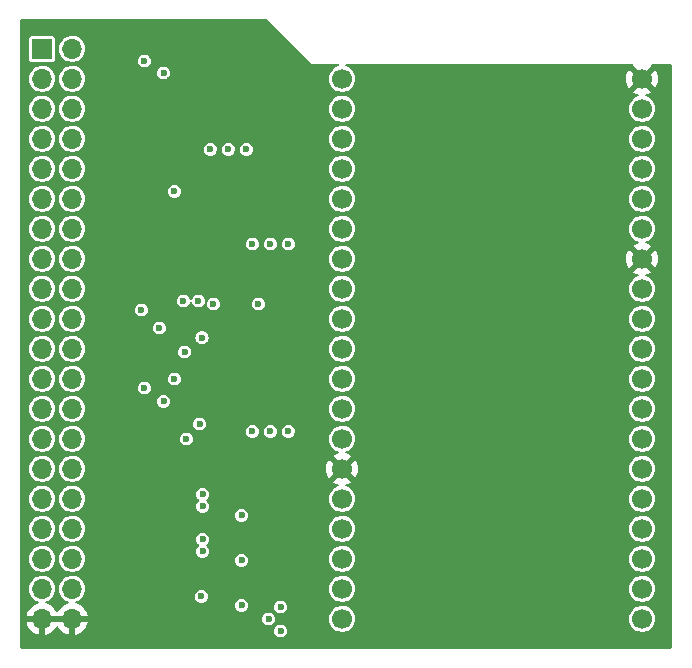
<source format=gbr>
%TF.GenerationSoftware,KiCad,Pcbnew,7.0.6*%
%TF.CreationDate,2023-11-28T22:30:31+01:00*%
%TF.ProjectId,blue_64,626c7565-5f36-4342-9e6b-696361645f70,rev?*%
%TF.SameCoordinates,Original*%
%TF.FileFunction,Copper,L3,Inr*%
%TF.FilePolarity,Positive*%
%FSLAX46Y46*%
G04 Gerber Fmt 4.6, Leading zero omitted, Abs format (unit mm)*
G04 Created by KiCad (PCBNEW 7.0.6) date 2023-11-28 22:30:31*
%MOMM*%
%LPD*%
G01*
G04 APERTURE LIST*
%TA.AperFunction,ComponentPad*%
%ADD10R,1.700000X1.700000*%
%TD*%
%TA.AperFunction,ComponentPad*%
%ADD11O,1.700000X1.700000*%
%TD*%
%TA.AperFunction,ComponentPad*%
%ADD12C,1.700000*%
%TD*%
%TA.AperFunction,ViaPad*%
%ADD13C,0.600000*%
%TD*%
G04 APERTURE END LIST*
D10*
X71120000Y-50800000D03*
D11*
X73660000Y-50800000D03*
X71120000Y-53340000D03*
X73660000Y-53340000D03*
X71120000Y-55880000D03*
X73660000Y-55880000D03*
X71120000Y-58420000D03*
X73660000Y-58420000D03*
X71120000Y-60960000D03*
X73660000Y-60960000D03*
X71120000Y-63500000D03*
X73660000Y-63500000D03*
X71120000Y-66040000D03*
X73660000Y-66040000D03*
X71120000Y-68580000D03*
X73660000Y-68580000D03*
X71120000Y-71120000D03*
X73660000Y-71120000D03*
X71120000Y-73660000D03*
X73660000Y-73660000D03*
X71120000Y-76200000D03*
X73660000Y-76200000D03*
X71120000Y-78740000D03*
X73660000Y-78740000D03*
X71120000Y-81280000D03*
X73660000Y-81280000D03*
X71120000Y-83820000D03*
X73660000Y-83820000D03*
X71120000Y-86360000D03*
X73660000Y-86360000D03*
X71120000Y-88900000D03*
X73660000Y-88900000D03*
X71120000Y-91440000D03*
X73660000Y-91440000D03*
X71120000Y-93980000D03*
X73660000Y-93980000D03*
X71120000Y-96520000D03*
X73660000Y-96520000D03*
X71120000Y-99060000D03*
X73660000Y-99060000D03*
D12*
X121920000Y-86360000D03*
X121920000Y-88900000D03*
X96520000Y-53340000D03*
X121920000Y-83820000D03*
X121920000Y-76200000D03*
X96520000Y-99060000D03*
X96520000Y-83820000D03*
X96520000Y-88900000D03*
X96520000Y-81280000D03*
X121920000Y-91440000D03*
X121920000Y-81280000D03*
X121920000Y-78740000D03*
X121920000Y-73660000D03*
X121920000Y-71120000D03*
X121920000Y-66040000D03*
X121920000Y-58420000D03*
X121920000Y-55880000D03*
X96520000Y-73660000D03*
X96520000Y-76200000D03*
X96520000Y-78740000D03*
X96520000Y-68580000D03*
X96520000Y-71120000D03*
X96520000Y-63500000D03*
X96520000Y-66040000D03*
X121920000Y-99060000D03*
X96520000Y-96520000D03*
X121920000Y-96520000D03*
X121920000Y-93980000D03*
X96520000Y-91440000D03*
X96520000Y-93980000D03*
X96520000Y-55880000D03*
X96520000Y-86360000D03*
X121920000Y-53340000D03*
X121920000Y-68580000D03*
X121920000Y-63500000D03*
X121920000Y-60960000D03*
X96520000Y-60960000D03*
X96520000Y-58420000D03*
D13*
X98171000Y-73914000D03*
X111887000Y-99695000D03*
X106172000Y-73152000D03*
X81153000Y-99949000D03*
X75692000Y-82931000D03*
X84201000Y-90170000D03*
X101219000Y-73279000D03*
X84201000Y-97917000D03*
X81915000Y-53467000D03*
X108331000Y-95758000D03*
X108839000Y-87503000D03*
X117094000Y-71247000D03*
X113665000Y-95631000D03*
X79883000Y-94869000D03*
X110744000Y-55245000D03*
X94234000Y-58674000D03*
X114554000Y-67183000D03*
X72390000Y-80010000D03*
X89789000Y-67945000D03*
X83566000Y-82931000D03*
X79629000Y-62865000D03*
X72390000Y-74930000D03*
X106172000Y-84201000D03*
X92583000Y-93853000D03*
X101219000Y-83947000D03*
X75819000Y-73025000D03*
X98679000Y-71120000D03*
X120269000Y-76200000D03*
X113157000Y-73279000D03*
X93980000Y-90932000D03*
X98679000Y-63500000D03*
X75692000Y-55245000D03*
X94488000Y-53213000D03*
X116078000Y-53340000D03*
X107188000Y-53467000D03*
X89535000Y-71501000D03*
X107061000Y-76708000D03*
X72390000Y-97790000D03*
X111506000Y-83947000D03*
X75311000Y-91440000D03*
X77470000Y-82931000D03*
X94361000Y-71120000D03*
X72390000Y-59690000D03*
X100838000Y-60198000D03*
X72390000Y-52070000D03*
X77470000Y-98298000D03*
X93472000Y-78105000D03*
X98679000Y-58420000D03*
X72390000Y-95250000D03*
X72390000Y-69850000D03*
X83058000Y-54356000D03*
X77470000Y-60833000D03*
X72390000Y-62230000D03*
X77470000Y-70485000D03*
X91948000Y-88773000D03*
X92456000Y-68072000D03*
X77470000Y-76327000D03*
X115570000Y-87757000D03*
X84709000Y-91313000D03*
X101727000Y-64135000D03*
X81788000Y-66294000D03*
X72390000Y-64770000D03*
X120650000Y-82423000D03*
X84836000Y-87503000D03*
X84455000Y-67691000D03*
X110490000Y-64008000D03*
X102997000Y-55372000D03*
X77978000Y-68580000D03*
X77978000Y-53340000D03*
X112014000Y-90805000D03*
X102743000Y-87503000D03*
X75692000Y-60833000D03*
X92710000Y-83566000D03*
X87503000Y-96139000D03*
X105537000Y-99695000D03*
X75819000Y-57785000D03*
X116967000Y-60325000D03*
X80264000Y-78740000D03*
X81153000Y-97028000D03*
X88646000Y-54229000D03*
X91948000Y-59690000D03*
X103759000Y-79502000D03*
X77978000Y-58928000D03*
X84836000Y-56007000D03*
X75692000Y-70485000D03*
X86995000Y-86741000D03*
X94488000Y-60960000D03*
X72390000Y-90170000D03*
X113792000Y-76581000D03*
X84074000Y-93980000D03*
X120269000Y-66040000D03*
X120269000Y-58420000D03*
X75311000Y-95250000D03*
X105283000Y-63500000D03*
X98933000Y-83820000D03*
X86995000Y-88519000D03*
X101346000Y-76835000D03*
X81407000Y-73660000D03*
X93472000Y-79883000D03*
X77978000Y-81026000D03*
X86487000Y-100076000D03*
X88138000Y-84201000D03*
X110490000Y-79502000D03*
X106045000Y-90805000D03*
X120269000Y-60960000D03*
X77978000Y-74422000D03*
X89408000Y-59690000D03*
X98679000Y-76200000D03*
X91694000Y-55499000D03*
X72390000Y-77470000D03*
X116967000Y-79248000D03*
X75692000Y-76327000D03*
X105791000Y-58547000D03*
X94361000Y-82296000D03*
X120269000Y-71120000D03*
X98679000Y-66040000D03*
X91059000Y-95758000D03*
X76835000Y-49022000D03*
X75438000Y-85090000D03*
X81153000Y-89408000D03*
X76835000Y-62865000D03*
X83820000Y-75692000D03*
X87630000Y-59690000D03*
X84328000Y-49784000D03*
X99568000Y-99822000D03*
X72390000Y-67310000D03*
X98679000Y-78740000D03*
X86106000Y-59690000D03*
X91948000Y-75438000D03*
X80391000Y-51308000D03*
X116713000Y-63627000D03*
X118872000Y-94488000D03*
X87503000Y-50419000D03*
X109982000Y-60071000D03*
X88392000Y-75438000D03*
X72390000Y-72390000D03*
X75311000Y-88900000D03*
X72390000Y-57150000D03*
X102235000Y-95758000D03*
X80010000Y-72136000D03*
X98679000Y-53340000D03*
X120269000Y-73660000D03*
X114427000Y-58166000D03*
X81534000Y-56896000D03*
X75819000Y-79375000D03*
X120650000Y-80137000D03*
X109982000Y-71374000D03*
X82550000Y-84836000D03*
X108839000Y-67183000D03*
X72390000Y-49530000D03*
X72390000Y-92710000D03*
X117856000Y-83693000D03*
X81280000Y-81534000D03*
X83947000Y-59436000D03*
X120269000Y-55880000D03*
X83693000Y-71501000D03*
X103632000Y-71247000D03*
X120269000Y-90424000D03*
X84709000Y-95123000D03*
X72390000Y-54610000D03*
X77470000Y-55245000D03*
X103759000Y-67183000D03*
X117475000Y-99314000D03*
X89789000Y-83820000D03*
X78359000Y-86741000D03*
X87503000Y-92329000D03*
X89789000Y-49149000D03*
X100584000Y-90932000D03*
X81280000Y-60579000D03*
X90297000Y-99060000D03*
X91313000Y-98044000D03*
X82296000Y-62865000D03*
X82296000Y-78740000D03*
X88011000Y-94107000D03*
X91313000Y-100076000D03*
X88011000Y-90297000D03*
X88011000Y-97917000D03*
X81407000Y-52832000D03*
X79756000Y-51816000D03*
X83185000Y-76454000D03*
X81026000Y-74422000D03*
X84645500Y-75247500D03*
X79502000Y-72898000D03*
X84455000Y-82550000D03*
X79756000Y-79502000D03*
X83312000Y-83820000D03*
X81407000Y-80645000D03*
X91948000Y-67310000D03*
X90424000Y-67310000D03*
X88900000Y-67310000D03*
X91948000Y-83185000D03*
X90424000Y-83185000D03*
X88900000Y-83185000D03*
X89408000Y-72390000D03*
X84709000Y-93345000D03*
X83058000Y-72136000D03*
X86868000Y-59309000D03*
X84709000Y-88519000D03*
X85598000Y-72390000D03*
X85344000Y-59309000D03*
X84709000Y-92329000D03*
X88392000Y-59309000D03*
X84328000Y-72136000D03*
X84709000Y-89535000D03*
X84582000Y-97155000D03*
%TA.AperFunction,Conductor*%
G36*
X73200507Y-98850156D02*
G01*
X73160000Y-98988111D01*
X73160000Y-99131889D01*
X73200507Y-99269844D01*
X73226314Y-99310000D01*
X71553686Y-99310000D01*
X71579493Y-99269844D01*
X71620000Y-99131889D01*
X71620000Y-98988111D01*
X71579493Y-98850156D01*
X71553686Y-98810000D01*
X73226314Y-98810000D01*
X73200507Y-98850156D01*
G37*
%TD.AperFunction*%
%TA.AperFunction,Conductor*%
G36*
X90176620Y-48304407D02*
G01*
X90188433Y-48314496D01*
X93944458Y-52070521D01*
X93950443Y-52079479D01*
X93960482Y-52089517D01*
X93974927Y-52095500D01*
X93980000Y-52097601D01*
X93994205Y-52097601D01*
X94004766Y-52095500D01*
X96156385Y-52095500D01*
X96214576Y-52114407D01*
X96250540Y-52163907D01*
X96250540Y-52225093D01*
X96214576Y-52274593D01*
X96192151Y-52286812D01*
X96027363Y-52350652D01*
X95853959Y-52458018D01*
X95853959Y-52458019D01*
X95703237Y-52595420D01*
X95580328Y-52758177D01*
X95580323Y-52758186D01*
X95521408Y-52876505D01*
X95489418Y-52940750D01*
X95433603Y-53136917D01*
X95414785Y-53340000D01*
X95433603Y-53543083D01*
X95489418Y-53739250D01*
X95580327Y-53921821D01*
X95703236Y-54084579D01*
X95853959Y-54221981D01*
X96027363Y-54329348D01*
X96217544Y-54403024D01*
X96418024Y-54440500D01*
X96621976Y-54440500D01*
X96822456Y-54403024D01*
X97012637Y-54329348D01*
X97186041Y-54221981D01*
X97336764Y-54084579D01*
X97459673Y-53921821D01*
X97550582Y-53739250D01*
X97606397Y-53543083D01*
X97625215Y-53340000D01*
X97606397Y-53136917D01*
X97550582Y-52940750D01*
X97459673Y-52758179D01*
X97336764Y-52595421D01*
X97186041Y-52458019D01*
X97012637Y-52350652D01*
X96847850Y-52286813D01*
X96800421Y-52248163D01*
X96784767Y-52189015D01*
X96806870Y-52131961D01*
X96858286Y-52098795D01*
X96883615Y-52095500D01*
X121061923Y-52095500D01*
X121120114Y-52114407D01*
X121156078Y-52163907D01*
X121160546Y-52203129D01*
X121158626Y-52225072D01*
X121787467Y-52853913D01*
X121777685Y-52855320D01*
X121646900Y-52915048D01*
X121538239Y-53009202D01*
X121460507Y-53130156D01*
X121436922Y-53210476D01*
X120805072Y-52578626D01*
X120746406Y-52662411D01*
X120746394Y-52662430D01*
X120646570Y-52876505D01*
X120585429Y-53104686D01*
X120564843Y-53339996D01*
X120564843Y-53340003D01*
X120585429Y-53575313D01*
X120646569Y-53803489D01*
X120746399Y-54017577D01*
X120805072Y-54101372D01*
X121436922Y-53469521D01*
X121460507Y-53549844D01*
X121538239Y-53670798D01*
X121646900Y-53764952D01*
X121777685Y-53824680D01*
X121787466Y-53826086D01*
X121158626Y-54454926D01*
X121242422Y-54513600D01*
X121456509Y-54613430D01*
X121569518Y-54643711D01*
X121620832Y-54677035D01*
X121642759Y-54734156D01*
X121626924Y-54793257D01*
X121579657Y-54831653D01*
X121427363Y-54890652D01*
X121253959Y-54998018D01*
X121253959Y-54998019D01*
X121103237Y-55135420D01*
X120980328Y-55298177D01*
X120980323Y-55298186D01*
X120889419Y-55480747D01*
X120889418Y-55480750D01*
X120833603Y-55676917D01*
X120814785Y-55880000D01*
X120833603Y-56083083D01*
X120889418Y-56279250D01*
X120980327Y-56461821D01*
X121103236Y-56624579D01*
X121253959Y-56761981D01*
X121427363Y-56869348D01*
X121617544Y-56943024D01*
X121818024Y-56980500D01*
X122021976Y-56980500D01*
X122222456Y-56943024D01*
X122412637Y-56869348D01*
X122586041Y-56761981D01*
X122736764Y-56624579D01*
X122859673Y-56461821D01*
X122950582Y-56279250D01*
X123006397Y-56083083D01*
X123025215Y-55880000D01*
X123006397Y-55676917D01*
X122950582Y-55480750D01*
X122859673Y-55298179D01*
X122736764Y-55135421D01*
X122586041Y-54998019D01*
X122412637Y-54890652D01*
X122260340Y-54831652D01*
X122212910Y-54793001D01*
X122197256Y-54733852D01*
X122219359Y-54676799D01*
X122270481Y-54643711D01*
X122383490Y-54613430D01*
X122597577Y-54513600D01*
X122681372Y-54454925D01*
X122052533Y-53826086D01*
X122062315Y-53824680D01*
X122193100Y-53764952D01*
X122301761Y-53670798D01*
X122379493Y-53549844D01*
X122403076Y-53469523D01*
X123034925Y-54101372D01*
X123093600Y-54017577D01*
X123193430Y-53803489D01*
X123254570Y-53575313D01*
X123275157Y-53340003D01*
X123275157Y-53339996D01*
X123254570Y-53104686D01*
X123193429Y-52876505D01*
X123093605Y-52662432D01*
X123093602Y-52662426D01*
X123034926Y-52578626D01*
X122403076Y-53210475D01*
X122379493Y-53130156D01*
X122301761Y-53009202D01*
X122193100Y-52915048D01*
X122062315Y-52855320D01*
X122052530Y-52853913D01*
X122681373Y-52225071D01*
X122679454Y-52203128D01*
X122693218Y-52143511D01*
X122739395Y-52103370D01*
X122778077Y-52095500D01*
X124335500Y-52095500D01*
X124393691Y-52114407D01*
X124429655Y-52163907D01*
X124434500Y-52194500D01*
X124434500Y-101475500D01*
X124415593Y-101533691D01*
X124366093Y-101569655D01*
X124335500Y-101574500D01*
X69339500Y-101574500D01*
X69281309Y-101555593D01*
X69245345Y-101506093D01*
X69240500Y-101475500D01*
X69240500Y-99310000D01*
X69789364Y-99310000D01*
X69846569Y-99523489D01*
X69946399Y-99737577D01*
X70081886Y-99931073D01*
X70248926Y-100098113D01*
X70442422Y-100233600D01*
X70656509Y-100333430D01*
X70870000Y-100390634D01*
X70870000Y-99495501D01*
X70977685Y-99544680D01*
X71084237Y-99560000D01*
X71155763Y-99560000D01*
X71262315Y-99544680D01*
X71370000Y-99495501D01*
X71370000Y-100390633D01*
X71583490Y-100333430D01*
X71797577Y-100233600D01*
X71991073Y-100098113D01*
X72158113Y-99931073D01*
X72293601Y-99737576D01*
X72293602Y-99737574D01*
X72300275Y-99723265D01*
X72342003Y-99678516D01*
X72402064Y-99666841D01*
X72457517Y-99692698D01*
X72479725Y-99723265D01*
X72486397Y-99737574D01*
X72486398Y-99737576D01*
X72621886Y-99931073D01*
X72788926Y-100098113D01*
X72982422Y-100233600D01*
X73196509Y-100333430D01*
X73410000Y-100390634D01*
X73410000Y-99495501D01*
X73517685Y-99544680D01*
X73624237Y-99560000D01*
X73695763Y-99560000D01*
X73802315Y-99544680D01*
X73910000Y-99495501D01*
X73910000Y-100390633D01*
X74123490Y-100333430D01*
X74337577Y-100233600D01*
X74531073Y-100098113D01*
X74553186Y-100076000D01*
X90757750Y-100076000D01*
X90776669Y-100219708D01*
X90776670Y-100219709D01*
X90832139Y-100353625D01*
X90920379Y-100468621D01*
X91035375Y-100556861D01*
X91169291Y-100612330D01*
X91313000Y-100631250D01*
X91456709Y-100612330D01*
X91590625Y-100556861D01*
X91705621Y-100468621D01*
X91793861Y-100353625D01*
X91849330Y-100219709D01*
X91868250Y-100076000D01*
X91849330Y-99932291D01*
X91793861Y-99798375D01*
X91705621Y-99683379D01*
X91590625Y-99595139D01*
X91590621Y-99595137D01*
X91456709Y-99539670D01*
X91456708Y-99539669D01*
X91313000Y-99520750D01*
X91169291Y-99539669D01*
X91169290Y-99539670D01*
X91035378Y-99595137D01*
X91035374Y-99595139D01*
X90920381Y-99683377D01*
X90920377Y-99683381D01*
X90832139Y-99798374D01*
X90832137Y-99798378D01*
X90776670Y-99932290D01*
X90776669Y-99932291D01*
X90757750Y-100075999D01*
X90757750Y-100076000D01*
X74553186Y-100076000D01*
X74698113Y-99931073D01*
X74833600Y-99737577D01*
X74933430Y-99523489D01*
X74990636Y-99310000D01*
X74093686Y-99310000D01*
X74119493Y-99269844D01*
X74160000Y-99131889D01*
X74160000Y-99060000D01*
X89741750Y-99060000D01*
X89760669Y-99203708D01*
X89760670Y-99203709D01*
X89804696Y-99310000D01*
X89816139Y-99337625D01*
X89904379Y-99452621D01*
X90019375Y-99540861D01*
X90153291Y-99596330D01*
X90297000Y-99615250D01*
X90440709Y-99596330D01*
X90574625Y-99540861D01*
X90689621Y-99452621D01*
X90777861Y-99337625D01*
X90833330Y-99203709D01*
X90852250Y-99060000D01*
X95414785Y-99060000D01*
X95433603Y-99263083D01*
X95489418Y-99459250D01*
X95580327Y-99641821D01*
X95703236Y-99804579D01*
X95853959Y-99941981D01*
X96027363Y-100049348D01*
X96217544Y-100123024D01*
X96418024Y-100160500D01*
X96621976Y-100160500D01*
X96822456Y-100123024D01*
X97012637Y-100049348D01*
X97186041Y-99941981D01*
X97336764Y-99804579D01*
X97459673Y-99641821D01*
X97550582Y-99459250D01*
X97606397Y-99263083D01*
X97625215Y-99060000D01*
X120814785Y-99060000D01*
X120833603Y-99263083D01*
X120889418Y-99459250D01*
X120980327Y-99641821D01*
X121103236Y-99804579D01*
X121253959Y-99941981D01*
X121427363Y-100049348D01*
X121617544Y-100123024D01*
X121818024Y-100160500D01*
X122021976Y-100160500D01*
X122222456Y-100123024D01*
X122412637Y-100049348D01*
X122586041Y-99941981D01*
X122736764Y-99804579D01*
X122859673Y-99641821D01*
X122950582Y-99459250D01*
X123006397Y-99263083D01*
X123025215Y-99060000D01*
X123006397Y-98856917D01*
X122950582Y-98660750D01*
X122859673Y-98478179D01*
X122736764Y-98315421D01*
X122586041Y-98178019D01*
X122412637Y-98070652D01*
X122222456Y-97996976D01*
X122222455Y-97996975D01*
X122222453Y-97996975D01*
X122021976Y-97959500D01*
X121818024Y-97959500D01*
X121617546Y-97996975D01*
X121553243Y-98021886D01*
X121427363Y-98070652D01*
X121253958Y-98178019D01*
X121253959Y-98178019D01*
X121103237Y-98315420D01*
X120980328Y-98478177D01*
X120980323Y-98478186D01*
X120929462Y-98580330D01*
X120889418Y-98660750D01*
X120833603Y-98856917D01*
X120814785Y-99060000D01*
X97625215Y-99060000D01*
X97606397Y-98856917D01*
X97550582Y-98660750D01*
X97459673Y-98478179D01*
X97336764Y-98315421D01*
X97186041Y-98178019D01*
X97012637Y-98070652D01*
X96822456Y-97996976D01*
X96822455Y-97996975D01*
X96822453Y-97996975D01*
X96621976Y-97959500D01*
X96418024Y-97959500D01*
X96217546Y-97996975D01*
X96153243Y-98021886D01*
X96027363Y-98070652D01*
X95853959Y-98178018D01*
X95853959Y-98178019D01*
X95703237Y-98315420D01*
X95580328Y-98478177D01*
X95580323Y-98478186D01*
X95529462Y-98580330D01*
X95489418Y-98660750D01*
X95433603Y-98856917D01*
X95414785Y-99060000D01*
X90852250Y-99060000D01*
X90842785Y-98988111D01*
X90833330Y-98916291D01*
X90777861Y-98782375D01*
X90689621Y-98667379D01*
X90574625Y-98579139D01*
X90574621Y-98579137D01*
X90440709Y-98523670D01*
X90440708Y-98523669D01*
X90297000Y-98504750D01*
X90153291Y-98523669D01*
X90153290Y-98523670D01*
X90019378Y-98579137D01*
X90019374Y-98579139D01*
X89904381Y-98667377D01*
X89904377Y-98667381D01*
X89816139Y-98782374D01*
X89816137Y-98782378D01*
X89760670Y-98916290D01*
X89760669Y-98916291D01*
X89741750Y-99059999D01*
X89741750Y-99060000D01*
X74160000Y-99060000D01*
X74160000Y-98988111D01*
X74119493Y-98850156D01*
X74093686Y-98810000D01*
X74990636Y-98810000D01*
X74933429Y-98596505D01*
X74833605Y-98382432D01*
X74833601Y-98382424D01*
X74698113Y-98188926D01*
X74531073Y-98021886D01*
X74381280Y-97917000D01*
X87455750Y-97917000D01*
X87474669Y-98060708D01*
X87474670Y-98060709D01*
X87523260Y-98178019D01*
X87530139Y-98194625D01*
X87618379Y-98309621D01*
X87733375Y-98397861D01*
X87867291Y-98453330D01*
X88010999Y-98472250D01*
X88010999Y-98472249D01*
X88011000Y-98472250D01*
X88154709Y-98453330D01*
X88288625Y-98397861D01*
X88403621Y-98309621D01*
X88491861Y-98194625D01*
X88547330Y-98060709D01*
X88549530Y-98044000D01*
X90757750Y-98044000D01*
X90776669Y-98187708D01*
X90776670Y-98187709D01*
X90827165Y-98309618D01*
X90832139Y-98321625D01*
X90920379Y-98436621D01*
X91035375Y-98524861D01*
X91169291Y-98580330D01*
X91313000Y-98599250D01*
X91456709Y-98580330D01*
X91590625Y-98524861D01*
X91705621Y-98436621D01*
X91793861Y-98321625D01*
X91849330Y-98187709D01*
X91868250Y-98044000D01*
X91849330Y-97900291D01*
X91793861Y-97766375D01*
X91705621Y-97651379D01*
X91590625Y-97563139D01*
X91590621Y-97563137D01*
X91456709Y-97507670D01*
X91456708Y-97507669D01*
X91313000Y-97488750D01*
X91169291Y-97507669D01*
X91169290Y-97507670D01*
X91035378Y-97563137D01*
X91035374Y-97563139D01*
X90920381Y-97651377D01*
X90920377Y-97651381D01*
X90832139Y-97766374D01*
X90832137Y-97766378D01*
X90776670Y-97900290D01*
X90776669Y-97900291D01*
X90757750Y-98043999D01*
X90757750Y-98044000D01*
X88549530Y-98044000D01*
X88566250Y-97917000D01*
X88547330Y-97773291D01*
X88491861Y-97639375D01*
X88403621Y-97524379D01*
X88288625Y-97436139D01*
X88288621Y-97436137D01*
X88154709Y-97380670D01*
X88154708Y-97380669D01*
X88011000Y-97361750D01*
X87867291Y-97380669D01*
X87867290Y-97380670D01*
X87733378Y-97436137D01*
X87733374Y-97436139D01*
X87618381Y-97524377D01*
X87618377Y-97524381D01*
X87530139Y-97639374D01*
X87530137Y-97639378D01*
X87474670Y-97773290D01*
X87474669Y-97773291D01*
X87455750Y-97916999D01*
X87455750Y-97917000D01*
X74381280Y-97917000D01*
X74337577Y-97886399D01*
X74123489Y-97786568D01*
X74010481Y-97756288D01*
X73959166Y-97722963D01*
X73937240Y-97665842D01*
X73953076Y-97606741D01*
X74000339Y-97568347D01*
X74152637Y-97509348D01*
X74326041Y-97401981D01*
X74476764Y-97264579D01*
X74559514Y-97155000D01*
X84026750Y-97155000D01*
X84045669Y-97298708D01*
X84045670Y-97298709D01*
X84088445Y-97401980D01*
X84101139Y-97432625D01*
X84189379Y-97547621D01*
X84304375Y-97635861D01*
X84438291Y-97691330D01*
X84582000Y-97710250D01*
X84725709Y-97691330D01*
X84859625Y-97635861D01*
X84974621Y-97547621D01*
X85062861Y-97432625D01*
X85118330Y-97298709D01*
X85137250Y-97155000D01*
X85118330Y-97011291D01*
X85062861Y-96877375D01*
X84974621Y-96762379D01*
X84859625Y-96674139D01*
X84859621Y-96674137D01*
X84725709Y-96618670D01*
X84725708Y-96618669D01*
X84582000Y-96599750D01*
X84438291Y-96618669D01*
X84438290Y-96618670D01*
X84304378Y-96674137D01*
X84304374Y-96674139D01*
X84189381Y-96762377D01*
X84189377Y-96762381D01*
X84101139Y-96877374D01*
X84101137Y-96877378D01*
X84045670Y-97011290D01*
X84045669Y-97011291D01*
X84026750Y-97154999D01*
X84026750Y-97155000D01*
X74559514Y-97155000D01*
X74599673Y-97101821D01*
X74690582Y-96919250D01*
X74746397Y-96723083D01*
X74765215Y-96520000D01*
X95414785Y-96520000D01*
X95433603Y-96723083D01*
X95489418Y-96919250D01*
X95580327Y-97101821D01*
X95703236Y-97264579D01*
X95853959Y-97401981D01*
X96027363Y-97509348D01*
X96217544Y-97583024D01*
X96418024Y-97620500D01*
X96621976Y-97620500D01*
X96822456Y-97583024D01*
X97012637Y-97509348D01*
X97186041Y-97401981D01*
X97336764Y-97264579D01*
X97459673Y-97101821D01*
X97550582Y-96919250D01*
X97606397Y-96723083D01*
X97625215Y-96520000D01*
X120814785Y-96520000D01*
X120833603Y-96723083D01*
X120889418Y-96919250D01*
X120980327Y-97101821D01*
X121103236Y-97264579D01*
X121253959Y-97401981D01*
X121427363Y-97509348D01*
X121617544Y-97583024D01*
X121818024Y-97620500D01*
X122021976Y-97620500D01*
X122222456Y-97583024D01*
X122412637Y-97509348D01*
X122586041Y-97401981D01*
X122736764Y-97264579D01*
X122859673Y-97101821D01*
X122950582Y-96919250D01*
X123006397Y-96723083D01*
X123025215Y-96520000D01*
X123006397Y-96316917D01*
X122950582Y-96120750D01*
X122859673Y-95938179D01*
X122736764Y-95775421D01*
X122586041Y-95638019D01*
X122412637Y-95530652D01*
X122222456Y-95456976D01*
X122222455Y-95456975D01*
X122222453Y-95456975D01*
X122021976Y-95419500D01*
X121818024Y-95419500D01*
X121617546Y-95456975D01*
X121547632Y-95484059D01*
X121427363Y-95530652D01*
X121253958Y-95638018D01*
X121253959Y-95638019D01*
X121103237Y-95775420D01*
X120980328Y-95938177D01*
X120980323Y-95938186D01*
X120889419Y-96120747D01*
X120889418Y-96120750D01*
X120833603Y-96316917D01*
X120814785Y-96520000D01*
X97625215Y-96520000D01*
X97606397Y-96316917D01*
X97550582Y-96120750D01*
X97459673Y-95938179D01*
X97336764Y-95775421D01*
X97186041Y-95638019D01*
X97012637Y-95530652D01*
X96822456Y-95456976D01*
X96822455Y-95456975D01*
X96822453Y-95456975D01*
X96621976Y-95419500D01*
X96418024Y-95419500D01*
X96217546Y-95456975D01*
X96147632Y-95484059D01*
X96027363Y-95530652D01*
X95853959Y-95638018D01*
X95853959Y-95638019D01*
X95703237Y-95775420D01*
X95580328Y-95938177D01*
X95580323Y-95938186D01*
X95489419Y-96120747D01*
X95489418Y-96120750D01*
X95433603Y-96316917D01*
X95414785Y-96520000D01*
X74765215Y-96520000D01*
X74746397Y-96316917D01*
X74690582Y-96120750D01*
X74599673Y-95938179D01*
X74476764Y-95775421D01*
X74326041Y-95638019D01*
X74152637Y-95530652D01*
X73962456Y-95456976D01*
X73962455Y-95456975D01*
X73962453Y-95456975D01*
X73761976Y-95419500D01*
X73558024Y-95419500D01*
X73357546Y-95456975D01*
X73287632Y-95484059D01*
X73167363Y-95530652D01*
X72993958Y-95638018D01*
X72993959Y-95638019D01*
X72843237Y-95775420D01*
X72720328Y-95938177D01*
X72720323Y-95938186D01*
X72629419Y-96120747D01*
X72629418Y-96120750D01*
X72573603Y-96316917D01*
X72554785Y-96520000D01*
X72573603Y-96723083D01*
X72629418Y-96919250D01*
X72720327Y-97101821D01*
X72843236Y-97264579D01*
X72993959Y-97401981D01*
X73167363Y-97509348D01*
X73319658Y-97568347D01*
X73367089Y-97606997D01*
X73382743Y-97666146D01*
X73360640Y-97723200D01*
X73309519Y-97756288D01*
X73196503Y-97786570D01*
X72982432Y-97886394D01*
X72982424Y-97886398D01*
X72788926Y-98021886D01*
X72621886Y-98188926D01*
X72486398Y-98382424D01*
X72486396Y-98382428D01*
X72479724Y-98396737D01*
X72437995Y-98441485D01*
X72377934Y-98453159D01*
X72322481Y-98427300D01*
X72300276Y-98396737D01*
X72293603Y-98382428D01*
X72293601Y-98382424D01*
X72158113Y-98188926D01*
X71991073Y-98021886D01*
X71797577Y-97886399D01*
X71583489Y-97786568D01*
X71470481Y-97756288D01*
X71419166Y-97722963D01*
X71397240Y-97665842D01*
X71413076Y-97606741D01*
X71460339Y-97568347D01*
X71612637Y-97509348D01*
X71786041Y-97401981D01*
X71936764Y-97264579D01*
X72059673Y-97101821D01*
X72150582Y-96919250D01*
X72206397Y-96723083D01*
X72225215Y-96520000D01*
X72206397Y-96316917D01*
X72150582Y-96120750D01*
X72059673Y-95938179D01*
X71936764Y-95775421D01*
X71786041Y-95638019D01*
X71612637Y-95530652D01*
X71422456Y-95456976D01*
X71422455Y-95456975D01*
X71422453Y-95456975D01*
X71221976Y-95419500D01*
X71018024Y-95419500D01*
X70817546Y-95456975D01*
X70747632Y-95484059D01*
X70627363Y-95530652D01*
X70453959Y-95638019D01*
X70303237Y-95775420D01*
X70180328Y-95938177D01*
X70180323Y-95938186D01*
X70089419Y-96120747D01*
X70089418Y-96120750D01*
X70033603Y-96316917D01*
X70014785Y-96520000D01*
X70033603Y-96723083D01*
X70089418Y-96919250D01*
X70180327Y-97101821D01*
X70303236Y-97264579D01*
X70453959Y-97401981D01*
X70627363Y-97509348D01*
X70779658Y-97568347D01*
X70827089Y-97606997D01*
X70842743Y-97666146D01*
X70820640Y-97723200D01*
X70769519Y-97756288D01*
X70656503Y-97786570D01*
X70442432Y-97886394D01*
X70442424Y-97886398D01*
X70248926Y-98021886D01*
X70081886Y-98188926D01*
X69946398Y-98382424D01*
X69946394Y-98382432D01*
X69846570Y-98596505D01*
X69789364Y-98810000D01*
X70686314Y-98810000D01*
X70660507Y-98850156D01*
X70620000Y-98988111D01*
X70620000Y-99131889D01*
X70660507Y-99269844D01*
X70686314Y-99310000D01*
X69789364Y-99310000D01*
X69240500Y-99310000D01*
X69240500Y-93980000D01*
X70014785Y-93980000D01*
X70033603Y-94183083D01*
X70089418Y-94379250D01*
X70180327Y-94561821D01*
X70303236Y-94724579D01*
X70453959Y-94861981D01*
X70627363Y-94969348D01*
X70817544Y-95043024D01*
X71018024Y-95080500D01*
X71221976Y-95080500D01*
X71422456Y-95043024D01*
X71612637Y-94969348D01*
X71786041Y-94861981D01*
X71936764Y-94724579D01*
X72059673Y-94561821D01*
X72150582Y-94379250D01*
X72206397Y-94183083D01*
X72225215Y-93980000D01*
X72554785Y-93980000D01*
X72573603Y-94183083D01*
X72629418Y-94379250D01*
X72720327Y-94561821D01*
X72843236Y-94724579D01*
X72993959Y-94861981D01*
X73167363Y-94969348D01*
X73357544Y-95043024D01*
X73558024Y-95080500D01*
X73761976Y-95080500D01*
X73962456Y-95043024D01*
X74152637Y-94969348D01*
X74326041Y-94861981D01*
X74476764Y-94724579D01*
X74599673Y-94561821D01*
X74690582Y-94379250D01*
X74746397Y-94183083D01*
X74753447Y-94107000D01*
X87455750Y-94107000D01*
X87474669Y-94250708D01*
X87474670Y-94250709D01*
X87527912Y-94379250D01*
X87530139Y-94384625D01*
X87618379Y-94499621D01*
X87733375Y-94587861D01*
X87867291Y-94643330D01*
X88010999Y-94662250D01*
X88010999Y-94662249D01*
X88011000Y-94662250D01*
X88154709Y-94643330D01*
X88288625Y-94587861D01*
X88403621Y-94499621D01*
X88491861Y-94384625D01*
X88547330Y-94250709D01*
X88566250Y-94107000D01*
X88549530Y-93980000D01*
X95414785Y-93980000D01*
X95433603Y-94183083D01*
X95489418Y-94379250D01*
X95580327Y-94561821D01*
X95703236Y-94724579D01*
X95853959Y-94861981D01*
X96027363Y-94969348D01*
X96217544Y-95043024D01*
X96418024Y-95080500D01*
X96621976Y-95080500D01*
X96822456Y-95043024D01*
X97012637Y-94969348D01*
X97186041Y-94861981D01*
X97336764Y-94724579D01*
X97459673Y-94561821D01*
X97550582Y-94379250D01*
X97606397Y-94183083D01*
X97625215Y-93980000D01*
X120814785Y-93980000D01*
X120833603Y-94183083D01*
X120889418Y-94379250D01*
X120980327Y-94561821D01*
X121103236Y-94724579D01*
X121253959Y-94861981D01*
X121427363Y-94969348D01*
X121617544Y-95043024D01*
X121818024Y-95080500D01*
X122021976Y-95080500D01*
X122222456Y-95043024D01*
X122412637Y-94969348D01*
X122586041Y-94861981D01*
X122736764Y-94724579D01*
X122859673Y-94561821D01*
X122950582Y-94379250D01*
X123006397Y-94183083D01*
X123025215Y-93980000D01*
X123006397Y-93776917D01*
X122950582Y-93580750D01*
X122859673Y-93398179D01*
X122736764Y-93235421D01*
X122586041Y-93098019D01*
X122412637Y-92990652D01*
X122222456Y-92916976D01*
X122222455Y-92916975D01*
X122222453Y-92916975D01*
X122021976Y-92879500D01*
X121818024Y-92879500D01*
X121617546Y-92916975D01*
X121547632Y-92944059D01*
X121427363Y-92990652D01*
X121303451Y-93067375D01*
X121253959Y-93098019D01*
X121103237Y-93235420D01*
X120980328Y-93398177D01*
X120980323Y-93398186D01*
X120894437Y-93570670D01*
X120889418Y-93580750D01*
X120833603Y-93776917D01*
X120814785Y-93980000D01*
X97625215Y-93980000D01*
X97606397Y-93776917D01*
X97550582Y-93580750D01*
X97459673Y-93398179D01*
X97336764Y-93235421D01*
X97186041Y-93098019D01*
X97012637Y-92990652D01*
X96822456Y-92916976D01*
X96822455Y-92916975D01*
X96822453Y-92916975D01*
X96621976Y-92879500D01*
X96418024Y-92879500D01*
X96217546Y-92916975D01*
X96147632Y-92944059D01*
X96027363Y-92990652D01*
X95903451Y-93067375D01*
X95853959Y-93098019D01*
X95703237Y-93235420D01*
X95580328Y-93398177D01*
X95580323Y-93398186D01*
X95494437Y-93570670D01*
X95489418Y-93580750D01*
X95433603Y-93776917D01*
X95414785Y-93980000D01*
X88549530Y-93980000D01*
X88547330Y-93963291D01*
X88491861Y-93829375D01*
X88403621Y-93714379D01*
X88288625Y-93626139D01*
X88288621Y-93626137D01*
X88154709Y-93570670D01*
X88154708Y-93570669D01*
X88011000Y-93551750D01*
X87867291Y-93570669D01*
X87867290Y-93570670D01*
X87733378Y-93626137D01*
X87733374Y-93626139D01*
X87618381Y-93714377D01*
X87618377Y-93714381D01*
X87530139Y-93829374D01*
X87530137Y-93829378D01*
X87474670Y-93963290D01*
X87474669Y-93963291D01*
X87455750Y-94106999D01*
X87455750Y-94107000D01*
X74753447Y-94107000D01*
X74765215Y-93980000D01*
X74746397Y-93776917D01*
X74690582Y-93580750D01*
X74599673Y-93398179D01*
X74559514Y-93345000D01*
X84153750Y-93345000D01*
X84172669Y-93488708D01*
X84172670Y-93488709D01*
X84228139Y-93622625D01*
X84316379Y-93737621D01*
X84431375Y-93825861D01*
X84565291Y-93881330D01*
X84708999Y-93900250D01*
X84708999Y-93900249D01*
X84709000Y-93900250D01*
X84852709Y-93881330D01*
X84986625Y-93825861D01*
X85101621Y-93737621D01*
X85189861Y-93622625D01*
X85245330Y-93488709D01*
X85264250Y-93345000D01*
X85245330Y-93201291D01*
X85189861Y-93067375D01*
X85101621Y-92952379D01*
X85101616Y-92952375D01*
X85101615Y-92952374D01*
X85053614Y-92915542D01*
X85018958Y-92865118D01*
X85020559Y-92803953D01*
X85053614Y-92758458D01*
X85101621Y-92721621D01*
X85189861Y-92606625D01*
X85245330Y-92472709D01*
X85264250Y-92329000D01*
X85245330Y-92185291D01*
X85189861Y-92051375D01*
X85101621Y-91936379D01*
X84986625Y-91848139D01*
X84986621Y-91848137D01*
X84852709Y-91792670D01*
X84852708Y-91792669D01*
X84709000Y-91773750D01*
X84565291Y-91792669D01*
X84565290Y-91792670D01*
X84431378Y-91848137D01*
X84431374Y-91848139D01*
X84316381Y-91936377D01*
X84316377Y-91936381D01*
X84228139Y-92051374D01*
X84228137Y-92051378D01*
X84172670Y-92185290D01*
X84172669Y-92185291D01*
X84153750Y-92328999D01*
X84153750Y-92329000D01*
X84172669Y-92472708D01*
X84172670Y-92472709D01*
X84200749Y-92540500D01*
X84228139Y-92606625D01*
X84316379Y-92721621D01*
X84364386Y-92758458D01*
X84399041Y-92808883D01*
X84397439Y-92870047D01*
X84364386Y-92915542D01*
X84316381Y-92952377D01*
X84316377Y-92952381D01*
X84228139Y-93067374D01*
X84228137Y-93067378D01*
X84172670Y-93201290D01*
X84172669Y-93201291D01*
X84153750Y-93344999D01*
X84153750Y-93345000D01*
X74559514Y-93345000D01*
X74476764Y-93235421D01*
X74326041Y-93098019D01*
X74152637Y-92990652D01*
X73962456Y-92916976D01*
X73962455Y-92916975D01*
X73962453Y-92916975D01*
X73761976Y-92879500D01*
X73558024Y-92879500D01*
X73357546Y-92916975D01*
X73287632Y-92944059D01*
X73167363Y-92990652D01*
X73043451Y-93067375D01*
X72993959Y-93098019D01*
X72843237Y-93235420D01*
X72720328Y-93398177D01*
X72720323Y-93398186D01*
X72634437Y-93570670D01*
X72629418Y-93580750D01*
X72573603Y-93776917D01*
X72554785Y-93980000D01*
X72225215Y-93980000D01*
X72206397Y-93776917D01*
X72150582Y-93580750D01*
X72059673Y-93398179D01*
X71936764Y-93235421D01*
X71786041Y-93098019D01*
X71612637Y-92990652D01*
X71422456Y-92916976D01*
X71422455Y-92916975D01*
X71422453Y-92916975D01*
X71221976Y-92879500D01*
X71018024Y-92879500D01*
X70817546Y-92916975D01*
X70747632Y-92944059D01*
X70627363Y-92990652D01*
X70503451Y-93067375D01*
X70453959Y-93098019D01*
X70303237Y-93235420D01*
X70180328Y-93398177D01*
X70180323Y-93398186D01*
X70094437Y-93570670D01*
X70089418Y-93580750D01*
X70033603Y-93776917D01*
X70014785Y-93980000D01*
X69240500Y-93980000D01*
X69240500Y-91440000D01*
X70014785Y-91440000D01*
X70033603Y-91643083D01*
X70089418Y-91839250D01*
X70180327Y-92021821D01*
X70303236Y-92184579D01*
X70453959Y-92321981D01*
X70627363Y-92429348D01*
X70817544Y-92503024D01*
X71018024Y-92540500D01*
X71221976Y-92540500D01*
X71422456Y-92503024D01*
X71612637Y-92429348D01*
X71786041Y-92321981D01*
X71936764Y-92184579D01*
X72059673Y-92021821D01*
X72150582Y-91839250D01*
X72206397Y-91643083D01*
X72225215Y-91440000D01*
X72554785Y-91440000D01*
X72573603Y-91643083D01*
X72629418Y-91839250D01*
X72720327Y-92021821D01*
X72843236Y-92184579D01*
X72993959Y-92321981D01*
X73167363Y-92429348D01*
X73357544Y-92503024D01*
X73558024Y-92540500D01*
X73761976Y-92540500D01*
X73962456Y-92503024D01*
X74152637Y-92429348D01*
X74326041Y-92321981D01*
X74476764Y-92184579D01*
X74599673Y-92021821D01*
X74690582Y-91839250D01*
X74746397Y-91643083D01*
X74765215Y-91440000D01*
X95414785Y-91440000D01*
X95433603Y-91643083D01*
X95489418Y-91839250D01*
X95580327Y-92021821D01*
X95703236Y-92184579D01*
X95853959Y-92321981D01*
X96027363Y-92429348D01*
X96217544Y-92503024D01*
X96418024Y-92540500D01*
X96621976Y-92540500D01*
X96822456Y-92503024D01*
X97012637Y-92429348D01*
X97186041Y-92321981D01*
X97336764Y-92184579D01*
X97459673Y-92021821D01*
X97550582Y-91839250D01*
X97606397Y-91643083D01*
X97625215Y-91440000D01*
X120814785Y-91440000D01*
X120833603Y-91643083D01*
X120889418Y-91839250D01*
X120980327Y-92021821D01*
X121103236Y-92184579D01*
X121253959Y-92321981D01*
X121427363Y-92429348D01*
X121617544Y-92503024D01*
X121818024Y-92540500D01*
X122021976Y-92540500D01*
X122222456Y-92503024D01*
X122412637Y-92429348D01*
X122586041Y-92321981D01*
X122736764Y-92184579D01*
X122859673Y-92021821D01*
X122950582Y-91839250D01*
X123006397Y-91643083D01*
X123025215Y-91440000D01*
X123006397Y-91236917D01*
X122950582Y-91040750D01*
X122859673Y-90858179D01*
X122736764Y-90695421D01*
X122586041Y-90558019D01*
X122412637Y-90450652D01*
X122222456Y-90376976D01*
X122222455Y-90376975D01*
X122222453Y-90376975D01*
X122021976Y-90339500D01*
X121818024Y-90339500D01*
X121617546Y-90376975D01*
X121547632Y-90404059D01*
X121427363Y-90450652D01*
X121253958Y-90558019D01*
X121253959Y-90558019D01*
X121103237Y-90695420D01*
X120980328Y-90858177D01*
X120980323Y-90858186D01*
X120889419Y-91040747D01*
X120889418Y-91040750D01*
X120833603Y-91236917D01*
X120814785Y-91440000D01*
X97625215Y-91440000D01*
X97606397Y-91236917D01*
X97550582Y-91040750D01*
X97459673Y-90858179D01*
X97336764Y-90695421D01*
X97186041Y-90558019D01*
X97012637Y-90450652D01*
X96822456Y-90376976D01*
X96822455Y-90376975D01*
X96822453Y-90376975D01*
X96621976Y-90339500D01*
X96418024Y-90339500D01*
X96217546Y-90376975D01*
X96147632Y-90404059D01*
X96027363Y-90450652D01*
X95853958Y-90558019D01*
X95853959Y-90558019D01*
X95703237Y-90695420D01*
X95580328Y-90858177D01*
X95580323Y-90858186D01*
X95489419Y-91040747D01*
X95489418Y-91040750D01*
X95433603Y-91236917D01*
X95414785Y-91440000D01*
X74765215Y-91440000D01*
X74746397Y-91236917D01*
X74690582Y-91040750D01*
X74599673Y-90858179D01*
X74476764Y-90695421D01*
X74326041Y-90558019D01*
X74152637Y-90450652D01*
X73962456Y-90376976D01*
X73962455Y-90376975D01*
X73962453Y-90376975D01*
X73761976Y-90339500D01*
X73558024Y-90339500D01*
X73357546Y-90376975D01*
X73287632Y-90404059D01*
X73167363Y-90450652D01*
X72993959Y-90558019D01*
X72843237Y-90695420D01*
X72720328Y-90858177D01*
X72720323Y-90858186D01*
X72629419Y-91040747D01*
X72629418Y-91040750D01*
X72573603Y-91236917D01*
X72554785Y-91440000D01*
X72225215Y-91440000D01*
X72206397Y-91236917D01*
X72150582Y-91040750D01*
X72059673Y-90858179D01*
X71936764Y-90695421D01*
X71786041Y-90558019D01*
X71612637Y-90450652D01*
X71422456Y-90376976D01*
X71422455Y-90376975D01*
X71422453Y-90376975D01*
X71221976Y-90339500D01*
X71018024Y-90339500D01*
X70817546Y-90376975D01*
X70747632Y-90404059D01*
X70627363Y-90450652D01*
X70453958Y-90558019D01*
X70453959Y-90558019D01*
X70303237Y-90695420D01*
X70180328Y-90858177D01*
X70180323Y-90858186D01*
X70089419Y-91040747D01*
X70089418Y-91040750D01*
X70033603Y-91236917D01*
X70014785Y-91440000D01*
X69240500Y-91440000D01*
X69240500Y-90297000D01*
X87455750Y-90297000D01*
X87474669Y-90440708D01*
X87474670Y-90440709D01*
X87523260Y-90558019D01*
X87530139Y-90574625D01*
X87618379Y-90689621D01*
X87733375Y-90777861D01*
X87867291Y-90833330D01*
X88011000Y-90852250D01*
X88154709Y-90833330D01*
X88288625Y-90777861D01*
X88403621Y-90689621D01*
X88491861Y-90574625D01*
X88547330Y-90440709D01*
X88566250Y-90297000D01*
X88547330Y-90153291D01*
X88491861Y-90019375D01*
X88403621Y-89904379D01*
X88288625Y-89816139D01*
X88288621Y-89816137D01*
X88154709Y-89760670D01*
X88154708Y-89760669D01*
X88011000Y-89741750D01*
X87867291Y-89760669D01*
X87867290Y-89760670D01*
X87733378Y-89816137D01*
X87733374Y-89816139D01*
X87618381Y-89904377D01*
X87618377Y-89904381D01*
X87530139Y-90019374D01*
X87530137Y-90019378D01*
X87474670Y-90153290D01*
X87474669Y-90153291D01*
X87455750Y-90296999D01*
X87455750Y-90297000D01*
X69240500Y-90297000D01*
X69240500Y-88900000D01*
X70014785Y-88900000D01*
X70033603Y-89103083D01*
X70089418Y-89299250D01*
X70180327Y-89481821D01*
X70303236Y-89644579D01*
X70453959Y-89781981D01*
X70627363Y-89889348D01*
X70817544Y-89963024D01*
X71018024Y-90000500D01*
X71221976Y-90000500D01*
X71422456Y-89963024D01*
X71612637Y-89889348D01*
X71786041Y-89781981D01*
X71936764Y-89644579D01*
X72059673Y-89481821D01*
X72150582Y-89299250D01*
X72206397Y-89103083D01*
X72225215Y-88900000D01*
X72554785Y-88900000D01*
X72573603Y-89103083D01*
X72629418Y-89299250D01*
X72720327Y-89481821D01*
X72843236Y-89644579D01*
X72993959Y-89781981D01*
X73167363Y-89889348D01*
X73357544Y-89963024D01*
X73558024Y-90000500D01*
X73761976Y-90000500D01*
X73962456Y-89963024D01*
X74152637Y-89889348D01*
X74326041Y-89781981D01*
X74476764Y-89644579D01*
X74559514Y-89535000D01*
X84153750Y-89535000D01*
X84172669Y-89678708D01*
X84172670Y-89678709D01*
X84215445Y-89781980D01*
X84228139Y-89812625D01*
X84316379Y-89927621D01*
X84431375Y-90015861D01*
X84565291Y-90071330D01*
X84709000Y-90090250D01*
X84852709Y-90071330D01*
X84986625Y-90015861D01*
X85101621Y-89927621D01*
X85189861Y-89812625D01*
X85245330Y-89678709D01*
X85264250Y-89535000D01*
X85245330Y-89391291D01*
X85189861Y-89257375D01*
X85101621Y-89142379D01*
X85101616Y-89142375D01*
X85101615Y-89142374D01*
X85053614Y-89105542D01*
X85018958Y-89055118D01*
X85020559Y-88993953D01*
X85053614Y-88948458D01*
X85101621Y-88911621D01*
X85189861Y-88796625D01*
X85245330Y-88662709D01*
X85264250Y-88519000D01*
X85245330Y-88375291D01*
X85189861Y-88241375D01*
X85101621Y-88126379D01*
X84986625Y-88038139D01*
X84986621Y-88038137D01*
X84852709Y-87982670D01*
X84852708Y-87982669D01*
X84709000Y-87963750D01*
X84565291Y-87982669D01*
X84565290Y-87982670D01*
X84431378Y-88038137D01*
X84431374Y-88038139D01*
X84316381Y-88126377D01*
X84316377Y-88126381D01*
X84228139Y-88241374D01*
X84228137Y-88241378D01*
X84172670Y-88375290D01*
X84172669Y-88375291D01*
X84153750Y-88518999D01*
X84153750Y-88519000D01*
X84172669Y-88662708D01*
X84172670Y-88662709D01*
X84228139Y-88796625D01*
X84316379Y-88911621D01*
X84364386Y-88948458D01*
X84399041Y-88998883D01*
X84397439Y-89060047D01*
X84364386Y-89105542D01*
X84316381Y-89142377D01*
X84316377Y-89142381D01*
X84228139Y-89257374D01*
X84228137Y-89257378D01*
X84172670Y-89391290D01*
X84172669Y-89391291D01*
X84153750Y-89534999D01*
X84153750Y-89535000D01*
X74559514Y-89535000D01*
X74599673Y-89481821D01*
X74690582Y-89299250D01*
X74746397Y-89103083D01*
X74765215Y-88900000D01*
X74746397Y-88696917D01*
X74690582Y-88500750D01*
X74599673Y-88318179D01*
X74476764Y-88155421D01*
X74326041Y-88018019D01*
X74152637Y-87910652D01*
X73962456Y-87836976D01*
X73962455Y-87836975D01*
X73962453Y-87836975D01*
X73761976Y-87799500D01*
X73558024Y-87799500D01*
X73357546Y-87836975D01*
X73319658Y-87851653D01*
X73167363Y-87910652D01*
X73051050Y-87982670D01*
X72993959Y-88018019D01*
X72843237Y-88155420D01*
X72720328Y-88318177D01*
X72720323Y-88318186D01*
X72629419Y-88500747D01*
X72629418Y-88500750D01*
X72573603Y-88696917D01*
X72554785Y-88900000D01*
X72225215Y-88900000D01*
X72206397Y-88696917D01*
X72150582Y-88500750D01*
X72059673Y-88318179D01*
X71936764Y-88155421D01*
X71786041Y-88018019D01*
X71612637Y-87910652D01*
X71422456Y-87836976D01*
X71422455Y-87836975D01*
X71422453Y-87836975D01*
X71221976Y-87799500D01*
X71018024Y-87799500D01*
X70817546Y-87836975D01*
X70779658Y-87851653D01*
X70627363Y-87910652D01*
X70511050Y-87982670D01*
X70453959Y-88018019D01*
X70303237Y-88155420D01*
X70180328Y-88318177D01*
X70180323Y-88318186D01*
X70089419Y-88500747D01*
X70089418Y-88500750D01*
X70033603Y-88696917D01*
X70014785Y-88900000D01*
X69240500Y-88900000D01*
X69240500Y-86360000D01*
X70014785Y-86360000D01*
X70033603Y-86563083D01*
X70089418Y-86759250D01*
X70180327Y-86941821D01*
X70303236Y-87104579D01*
X70453959Y-87241981D01*
X70627363Y-87349348D01*
X70817544Y-87423024D01*
X71018024Y-87460500D01*
X71221976Y-87460500D01*
X71422456Y-87423024D01*
X71612637Y-87349348D01*
X71786041Y-87241981D01*
X71936764Y-87104579D01*
X72059673Y-86941821D01*
X72150582Y-86759250D01*
X72206397Y-86563083D01*
X72225215Y-86360000D01*
X72554785Y-86360000D01*
X72573603Y-86563083D01*
X72629418Y-86759250D01*
X72720327Y-86941821D01*
X72843236Y-87104579D01*
X72993959Y-87241981D01*
X73167363Y-87349348D01*
X73357544Y-87423024D01*
X73558024Y-87460500D01*
X73761976Y-87460500D01*
X73962456Y-87423024D01*
X74152637Y-87349348D01*
X74326041Y-87241981D01*
X74476764Y-87104579D01*
X74599673Y-86941821D01*
X74690582Y-86759250D01*
X74746397Y-86563083D01*
X74765215Y-86360003D01*
X95164843Y-86360003D01*
X95185429Y-86595313D01*
X95246569Y-86823489D01*
X95346399Y-87037577D01*
X95405072Y-87121372D01*
X96036922Y-86489521D01*
X96060507Y-86569844D01*
X96138239Y-86690798D01*
X96246900Y-86784952D01*
X96377685Y-86844680D01*
X96387466Y-86846086D01*
X95758626Y-87474926D01*
X95842422Y-87533600D01*
X96056509Y-87633430D01*
X96169518Y-87663711D01*
X96220832Y-87697035D01*
X96242759Y-87754156D01*
X96226924Y-87813257D01*
X96179657Y-87851653D01*
X96027363Y-87910652D01*
X95911050Y-87982670D01*
X95853959Y-88018019D01*
X95703237Y-88155420D01*
X95580328Y-88318177D01*
X95580323Y-88318186D01*
X95489419Y-88500747D01*
X95489418Y-88500750D01*
X95433603Y-88696917D01*
X95414785Y-88900000D01*
X95433603Y-89103083D01*
X95489418Y-89299250D01*
X95580327Y-89481821D01*
X95703236Y-89644579D01*
X95853959Y-89781981D01*
X96027363Y-89889348D01*
X96217544Y-89963024D01*
X96418024Y-90000500D01*
X96621976Y-90000500D01*
X96822456Y-89963024D01*
X97012637Y-89889348D01*
X97186041Y-89781981D01*
X97336764Y-89644579D01*
X97459673Y-89481821D01*
X97550582Y-89299250D01*
X97606397Y-89103083D01*
X97625215Y-88900000D01*
X120814785Y-88900000D01*
X120833603Y-89103083D01*
X120889418Y-89299250D01*
X120980327Y-89481821D01*
X121103236Y-89644579D01*
X121253959Y-89781981D01*
X121427363Y-89889348D01*
X121617544Y-89963024D01*
X121818024Y-90000500D01*
X122021976Y-90000500D01*
X122222456Y-89963024D01*
X122412637Y-89889348D01*
X122586041Y-89781981D01*
X122736764Y-89644579D01*
X122859673Y-89481821D01*
X122950582Y-89299250D01*
X123006397Y-89103083D01*
X123025215Y-88900000D01*
X123006397Y-88696917D01*
X122950582Y-88500750D01*
X122859673Y-88318179D01*
X122736764Y-88155421D01*
X122586041Y-88018019D01*
X122412637Y-87910652D01*
X122222456Y-87836976D01*
X122222455Y-87836975D01*
X122222453Y-87836975D01*
X122021976Y-87799500D01*
X121818024Y-87799500D01*
X121617546Y-87836975D01*
X121579658Y-87851653D01*
X121427363Y-87910652D01*
X121311050Y-87982670D01*
X121253959Y-88018019D01*
X121103237Y-88155420D01*
X120980328Y-88318177D01*
X120980323Y-88318186D01*
X120889419Y-88500747D01*
X120889418Y-88500750D01*
X120833603Y-88696917D01*
X120814785Y-88900000D01*
X97625215Y-88900000D01*
X97606397Y-88696917D01*
X97550582Y-88500750D01*
X97459673Y-88318179D01*
X97336764Y-88155421D01*
X97186041Y-88018019D01*
X97012637Y-87910652D01*
X96860340Y-87851652D01*
X96812910Y-87813001D01*
X96797256Y-87753852D01*
X96819359Y-87696799D01*
X96870481Y-87663711D01*
X96983490Y-87633430D01*
X97197577Y-87533600D01*
X97281372Y-87474925D01*
X96652533Y-86846086D01*
X96662315Y-86844680D01*
X96793100Y-86784952D01*
X96901761Y-86690798D01*
X96979493Y-86569844D01*
X97003076Y-86489523D01*
X97634925Y-87121372D01*
X97693600Y-87037577D01*
X97793430Y-86823489D01*
X97854570Y-86595313D01*
X97875157Y-86360003D01*
X97875157Y-86360000D01*
X120814785Y-86360000D01*
X120833603Y-86563083D01*
X120889418Y-86759250D01*
X120980327Y-86941821D01*
X121103236Y-87104579D01*
X121253959Y-87241981D01*
X121427363Y-87349348D01*
X121617544Y-87423024D01*
X121818024Y-87460500D01*
X122021976Y-87460500D01*
X122222456Y-87423024D01*
X122412637Y-87349348D01*
X122586041Y-87241981D01*
X122736764Y-87104579D01*
X122859673Y-86941821D01*
X122950582Y-86759250D01*
X123006397Y-86563083D01*
X123025215Y-86360000D01*
X123006397Y-86156917D01*
X122950582Y-85960750D01*
X122859673Y-85778179D01*
X122736764Y-85615421D01*
X122586041Y-85478019D01*
X122412637Y-85370652D01*
X122222456Y-85296976D01*
X122222455Y-85296975D01*
X122222453Y-85296975D01*
X122021976Y-85259500D01*
X121818024Y-85259500D01*
X121617546Y-85296975D01*
X121547632Y-85324059D01*
X121427363Y-85370652D01*
X121253958Y-85478019D01*
X121253959Y-85478019D01*
X121103237Y-85615420D01*
X120980328Y-85778177D01*
X120980323Y-85778186D01*
X120921408Y-85896505D01*
X120889418Y-85960750D01*
X120833603Y-86156917D01*
X120814785Y-86360000D01*
X97875157Y-86360000D01*
X97875157Y-86359996D01*
X97854570Y-86124686D01*
X97793429Y-85896505D01*
X97693605Y-85682432D01*
X97693602Y-85682426D01*
X97634926Y-85598626D01*
X97003076Y-86230475D01*
X96979493Y-86150156D01*
X96901761Y-86029202D01*
X96793100Y-85935048D01*
X96662315Y-85875320D01*
X96652530Y-85873913D01*
X97281372Y-85245072D01*
X97197577Y-85186399D01*
X96983489Y-85086568D01*
X96870481Y-85056288D01*
X96819166Y-85022963D01*
X96797240Y-84965842D01*
X96813076Y-84906741D01*
X96860339Y-84868347D01*
X97012637Y-84809348D01*
X97186041Y-84701981D01*
X97336764Y-84564579D01*
X97459673Y-84401821D01*
X97550582Y-84219250D01*
X97606397Y-84023083D01*
X97625215Y-83820000D01*
X120814785Y-83820000D01*
X120833603Y-84023083D01*
X120889418Y-84219250D01*
X120980327Y-84401821D01*
X121103236Y-84564579D01*
X121253959Y-84701981D01*
X121427363Y-84809348D01*
X121617544Y-84883024D01*
X121818024Y-84920500D01*
X122021976Y-84920500D01*
X122222456Y-84883024D01*
X122412637Y-84809348D01*
X122586041Y-84701981D01*
X122736764Y-84564579D01*
X122859673Y-84401821D01*
X122950582Y-84219250D01*
X123006397Y-84023083D01*
X123025215Y-83820000D01*
X123006397Y-83616917D01*
X122950582Y-83420750D01*
X122859673Y-83238179D01*
X122736764Y-83075421D01*
X122586041Y-82938019D01*
X122412637Y-82830652D01*
X122222456Y-82756976D01*
X122222455Y-82756975D01*
X122222453Y-82756975D01*
X122021976Y-82719500D01*
X121818024Y-82719500D01*
X121617546Y-82756975D01*
X121547632Y-82784059D01*
X121427363Y-82830652D01*
X121303451Y-82907375D01*
X121253959Y-82938019D01*
X121103237Y-83075420D01*
X120980328Y-83238177D01*
X120980323Y-83238186D01*
X120930056Y-83339137D01*
X120889418Y-83420750D01*
X120833603Y-83616917D01*
X120814785Y-83820000D01*
X97625215Y-83820000D01*
X97606397Y-83616917D01*
X97550582Y-83420750D01*
X97459673Y-83238179D01*
X97336764Y-83075421D01*
X97186041Y-82938019D01*
X97012637Y-82830652D01*
X96822456Y-82756976D01*
X96822455Y-82756975D01*
X96822453Y-82756975D01*
X96621976Y-82719500D01*
X96418024Y-82719500D01*
X96217546Y-82756975D01*
X96147632Y-82784059D01*
X96027363Y-82830652D01*
X95903451Y-82907375D01*
X95853959Y-82938019D01*
X95703237Y-83075420D01*
X95580328Y-83238177D01*
X95580323Y-83238186D01*
X95530056Y-83339137D01*
X95489418Y-83420750D01*
X95433603Y-83616917D01*
X95414785Y-83820000D01*
X95433603Y-84023083D01*
X95489418Y-84219250D01*
X95580327Y-84401821D01*
X95703236Y-84564579D01*
X95853959Y-84701981D01*
X96027363Y-84809348D01*
X96179658Y-84868347D01*
X96227089Y-84906997D01*
X96242743Y-84966146D01*
X96220640Y-85023200D01*
X96169519Y-85056288D01*
X96056503Y-85086570D01*
X95842430Y-85186394D01*
X95842411Y-85186406D01*
X95758626Y-85245072D01*
X96387467Y-85873913D01*
X96377685Y-85875320D01*
X96246900Y-85935048D01*
X96138239Y-86029202D01*
X96060507Y-86150156D01*
X96036922Y-86230476D01*
X95405072Y-85598626D01*
X95346406Y-85682411D01*
X95346394Y-85682430D01*
X95246570Y-85896505D01*
X95185429Y-86124686D01*
X95164843Y-86359996D01*
X95164843Y-86360003D01*
X74765215Y-86360003D01*
X74765215Y-86360000D01*
X74746397Y-86156917D01*
X74690582Y-85960750D01*
X74599673Y-85778179D01*
X74476764Y-85615421D01*
X74326041Y-85478019D01*
X74152637Y-85370652D01*
X73962456Y-85296976D01*
X73962455Y-85296975D01*
X73962453Y-85296975D01*
X73761976Y-85259500D01*
X73558024Y-85259500D01*
X73357546Y-85296975D01*
X73287632Y-85324059D01*
X73167363Y-85370652D01*
X72993958Y-85478019D01*
X72993959Y-85478019D01*
X72843237Y-85615420D01*
X72720328Y-85778177D01*
X72720323Y-85778186D01*
X72661408Y-85896505D01*
X72629418Y-85960750D01*
X72573603Y-86156917D01*
X72554785Y-86360000D01*
X72225215Y-86360000D01*
X72206397Y-86156917D01*
X72150582Y-85960750D01*
X72059673Y-85778179D01*
X71936764Y-85615421D01*
X71786041Y-85478019D01*
X71612637Y-85370652D01*
X71422456Y-85296976D01*
X71422455Y-85296975D01*
X71422453Y-85296975D01*
X71221976Y-85259500D01*
X71018024Y-85259500D01*
X70817546Y-85296975D01*
X70747632Y-85324059D01*
X70627363Y-85370652D01*
X70453959Y-85478019D01*
X70303237Y-85615420D01*
X70180328Y-85778177D01*
X70180323Y-85778186D01*
X70121408Y-85896505D01*
X70089418Y-85960750D01*
X70033603Y-86156917D01*
X70014785Y-86360000D01*
X69240500Y-86360000D01*
X69240500Y-83820000D01*
X70014785Y-83820000D01*
X70033603Y-84023083D01*
X70089418Y-84219250D01*
X70180327Y-84401821D01*
X70303236Y-84564579D01*
X70453959Y-84701981D01*
X70627363Y-84809348D01*
X70817544Y-84883024D01*
X71018024Y-84920500D01*
X71221976Y-84920500D01*
X71422456Y-84883024D01*
X71612637Y-84809348D01*
X71786041Y-84701981D01*
X71936764Y-84564579D01*
X72059673Y-84401821D01*
X72150582Y-84219250D01*
X72206397Y-84023083D01*
X72225215Y-83820000D01*
X72554785Y-83820000D01*
X72573603Y-84023083D01*
X72629418Y-84219250D01*
X72720327Y-84401821D01*
X72843236Y-84564579D01*
X72993959Y-84701981D01*
X73167363Y-84809348D01*
X73357544Y-84883024D01*
X73558024Y-84920500D01*
X73761976Y-84920500D01*
X73962456Y-84883024D01*
X74152637Y-84809348D01*
X74326041Y-84701981D01*
X74476764Y-84564579D01*
X74599673Y-84401821D01*
X74690582Y-84219250D01*
X74746397Y-84023083D01*
X74765215Y-83820000D01*
X82756750Y-83820000D01*
X82775669Y-83963708D01*
X82775670Y-83963709D01*
X82831139Y-84097625D01*
X82919379Y-84212621D01*
X83034375Y-84300861D01*
X83168291Y-84356330D01*
X83312000Y-84375250D01*
X83455709Y-84356330D01*
X83589625Y-84300861D01*
X83704621Y-84212621D01*
X83792861Y-84097625D01*
X83848330Y-83963709D01*
X83867250Y-83820000D01*
X83854259Y-83721329D01*
X83848330Y-83676291D01*
X83792861Y-83542375D01*
X83704621Y-83427379D01*
X83589625Y-83339139D01*
X83589621Y-83339137D01*
X83455709Y-83283670D01*
X83455708Y-83283669D01*
X83312000Y-83264750D01*
X83168291Y-83283669D01*
X83168290Y-83283670D01*
X83034378Y-83339137D01*
X83034374Y-83339139D01*
X82919381Y-83427377D01*
X82919377Y-83427381D01*
X82831139Y-83542374D01*
X82831137Y-83542378D01*
X82775670Y-83676290D01*
X82775669Y-83676291D01*
X82756750Y-83819999D01*
X82756750Y-83820000D01*
X74765215Y-83820000D01*
X74746397Y-83616917D01*
X74690582Y-83420750D01*
X74599673Y-83238179D01*
X74559514Y-83185000D01*
X88344750Y-83185000D01*
X88363669Y-83328708D01*
X88363670Y-83328709D01*
X88404540Y-83427381D01*
X88419139Y-83462625D01*
X88507379Y-83577621D01*
X88622375Y-83665861D01*
X88756291Y-83721330D01*
X88899999Y-83740250D01*
X88899999Y-83740249D01*
X88900000Y-83740250D01*
X89043709Y-83721330D01*
X89177625Y-83665861D01*
X89292621Y-83577621D01*
X89380861Y-83462625D01*
X89436330Y-83328709D01*
X89455250Y-83185000D01*
X89868750Y-83185000D01*
X89887669Y-83328708D01*
X89887670Y-83328709D01*
X89928540Y-83427381D01*
X89943139Y-83462625D01*
X90031379Y-83577621D01*
X90146375Y-83665861D01*
X90280291Y-83721330D01*
X90424000Y-83740250D01*
X90567709Y-83721330D01*
X90701625Y-83665861D01*
X90816621Y-83577621D01*
X90904861Y-83462625D01*
X90960330Y-83328709D01*
X90979250Y-83185000D01*
X91392750Y-83185000D01*
X91411669Y-83328708D01*
X91411670Y-83328709D01*
X91452540Y-83427381D01*
X91467139Y-83462625D01*
X91555379Y-83577621D01*
X91670375Y-83665861D01*
X91804291Y-83721330D01*
X91947999Y-83740250D01*
X91947999Y-83740249D01*
X91948000Y-83740250D01*
X92091709Y-83721330D01*
X92225625Y-83665861D01*
X92340621Y-83577621D01*
X92428861Y-83462625D01*
X92484330Y-83328709D01*
X92503250Y-83185000D01*
X92490259Y-83086329D01*
X92484330Y-83041291D01*
X92428861Y-82907375D01*
X92340621Y-82792379D01*
X92225625Y-82704139D01*
X92225621Y-82704137D01*
X92091709Y-82648670D01*
X92091708Y-82648669D01*
X91948000Y-82629750D01*
X91804291Y-82648669D01*
X91804290Y-82648670D01*
X91670378Y-82704137D01*
X91670374Y-82704139D01*
X91555381Y-82792377D01*
X91555377Y-82792381D01*
X91467139Y-82907374D01*
X91467137Y-82907378D01*
X91411670Y-83041290D01*
X91411669Y-83041291D01*
X91392750Y-83184999D01*
X91392750Y-83185000D01*
X90979250Y-83185000D01*
X90966259Y-83086329D01*
X90960330Y-83041291D01*
X90904861Y-82907375D01*
X90816621Y-82792379D01*
X90701625Y-82704139D01*
X90701621Y-82704137D01*
X90567709Y-82648670D01*
X90567708Y-82648669D01*
X90424000Y-82629750D01*
X90280291Y-82648669D01*
X90280290Y-82648670D01*
X90146378Y-82704137D01*
X90146374Y-82704139D01*
X90031381Y-82792377D01*
X90031377Y-82792381D01*
X89943139Y-82907374D01*
X89943137Y-82907378D01*
X89887670Y-83041290D01*
X89887669Y-83041291D01*
X89868750Y-83184999D01*
X89868750Y-83185000D01*
X89455250Y-83185000D01*
X89442259Y-83086329D01*
X89436330Y-83041291D01*
X89380861Y-82907375D01*
X89292621Y-82792379D01*
X89177625Y-82704139D01*
X89177621Y-82704137D01*
X89043709Y-82648670D01*
X89043708Y-82648669D01*
X88900000Y-82629750D01*
X88756291Y-82648669D01*
X88756290Y-82648670D01*
X88622378Y-82704137D01*
X88622374Y-82704139D01*
X88507381Y-82792377D01*
X88507377Y-82792381D01*
X88419139Y-82907374D01*
X88419137Y-82907378D01*
X88363670Y-83041290D01*
X88363669Y-83041291D01*
X88344750Y-83184999D01*
X88344750Y-83185000D01*
X74559514Y-83185000D01*
X74476764Y-83075421D01*
X74326041Y-82938019D01*
X74152637Y-82830652D01*
X73962456Y-82756976D01*
X73962455Y-82756975D01*
X73962453Y-82756975D01*
X73761976Y-82719500D01*
X73558024Y-82719500D01*
X73357546Y-82756975D01*
X73287632Y-82784059D01*
X73167363Y-82830652D01*
X73043451Y-82907375D01*
X72993959Y-82938019D01*
X72843237Y-83075420D01*
X72720328Y-83238177D01*
X72720323Y-83238186D01*
X72670056Y-83339137D01*
X72629418Y-83420750D01*
X72573603Y-83616917D01*
X72554785Y-83820000D01*
X72225215Y-83820000D01*
X72206397Y-83616917D01*
X72150582Y-83420750D01*
X72059673Y-83238179D01*
X71936764Y-83075421D01*
X71786041Y-82938019D01*
X71612637Y-82830652D01*
X71422456Y-82756976D01*
X71422455Y-82756975D01*
X71422453Y-82756975D01*
X71221976Y-82719500D01*
X71018024Y-82719500D01*
X70817546Y-82756975D01*
X70747632Y-82784059D01*
X70627363Y-82830652D01*
X70503451Y-82907375D01*
X70453959Y-82938019D01*
X70303237Y-83075420D01*
X70180328Y-83238177D01*
X70180323Y-83238186D01*
X70130056Y-83339137D01*
X70089418Y-83420750D01*
X70033603Y-83616917D01*
X70014785Y-83820000D01*
X69240500Y-83820000D01*
X69240500Y-82550000D01*
X83899750Y-82550000D01*
X83918669Y-82693708D01*
X83918670Y-82693709D01*
X83959540Y-82792381D01*
X83974139Y-82827625D01*
X84062379Y-82942621D01*
X84177375Y-83030861D01*
X84311291Y-83086330D01*
X84455000Y-83105250D01*
X84598709Y-83086330D01*
X84732625Y-83030861D01*
X84847621Y-82942621D01*
X84935861Y-82827625D01*
X84991330Y-82693709D01*
X85010250Y-82550000D01*
X84991330Y-82406291D01*
X84935861Y-82272375D01*
X84847621Y-82157379D01*
X84732625Y-82069139D01*
X84732621Y-82069137D01*
X84598709Y-82013670D01*
X84598708Y-82013669D01*
X84455000Y-81994750D01*
X84311291Y-82013669D01*
X84311290Y-82013670D01*
X84177378Y-82069137D01*
X84177374Y-82069139D01*
X84062381Y-82157377D01*
X84062377Y-82157381D01*
X83974139Y-82272374D01*
X83974137Y-82272378D01*
X83918670Y-82406290D01*
X83918669Y-82406291D01*
X83899750Y-82549999D01*
X83899750Y-82550000D01*
X69240500Y-82550000D01*
X69240500Y-81280000D01*
X70014785Y-81280000D01*
X70033603Y-81483083D01*
X70089418Y-81679250D01*
X70180327Y-81861821D01*
X70303236Y-82024579D01*
X70453959Y-82161981D01*
X70627363Y-82269348D01*
X70817544Y-82343024D01*
X71018024Y-82380500D01*
X71221976Y-82380500D01*
X71422456Y-82343024D01*
X71612637Y-82269348D01*
X71786041Y-82161981D01*
X71936764Y-82024579D01*
X72059673Y-81861821D01*
X72150582Y-81679250D01*
X72206397Y-81483083D01*
X72225215Y-81280000D01*
X72554785Y-81280000D01*
X72573603Y-81483083D01*
X72629418Y-81679250D01*
X72720327Y-81861821D01*
X72843236Y-82024579D01*
X72993959Y-82161981D01*
X73167363Y-82269348D01*
X73357544Y-82343024D01*
X73558024Y-82380500D01*
X73761976Y-82380500D01*
X73962456Y-82343024D01*
X74152637Y-82269348D01*
X74326041Y-82161981D01*
X74476764Y-82024579D01*
X74599673Y-81861821D01*
X74690582Y-81679250D01*
X74746397Y-81483083D01*
X74765215Y-81280000D01*
X95414785Y-81280000D01*
X95433603Y-81483083D01*
X95489418Y-81679250D01*
X95580327Y-81861821D01*
X95703236Y-82024579D01*
X95853959Y-82161981D01*
X96027363Y-82269348D01*
X96217544Y-82343024D01*
X96418024Y-82380500D01*
X96621976Y-82380500D01*
X96822456Y-82343024D01*
X97012637Y-82269348D01*
X97186041Y-82161981D01*
X97336764Y-82024579D01*
X97459673Y-81861821D01*
X97550582Y-81679250D01*
X97606397Y-81483083D01*
X97625215Y-81280000D01*
X120814785Y-81280000D01*
X120833603Y-81483083D01*
X120889418Y-81679250D01*
X120980327Y-81861821D01*
X121103236Y-82024579D01*
X121253959Y-82161981D01*
X121427363Y-82269348D01*
X121617544Y-82343024D01*
X121818024Y-82380500D01*
X122021976Y-82380500D01*
X122222456Y-82343024D01*
X122412637Y-82269348D01*
X122586041Y-82161981D01*
X122736764Y-82024579D01*
X122859673Y-81861821D01*
X122950582Y-81679250D01*
X123006397Y-81483083D01*
X123025215Y-81280000D01*
X123006397Y-81076917D01*
X122950582Y-80880750D01*
X122859673Y-80698179D01*
X122736764Y-80535421D01*
X122586041Y-80398019D01*
X122412637Y-80290652D01*
X122222456Y-80216976D01*
X122222455Y-80216975D01*
X122222453Y-80216975D01*
X122021976Y-80179500D01*
X121818024Y-80179500D01*
X121617546Y-80216975D01*
X121547632Y-80244059D01*
X121427363Y-80290652D01*
X121303451Y-80367375D01*
X121253959Y-80398019D01*
X121103237Y-80535420D01*
X120980328Y-80698177D01*
X120980323Y-80698186D01*
X120889419Y-80880747D01*
X120889418Y-80880750D01*
X120833603Y-81076917D01*
X120814785Y-81280000D01*
X97625215Y-81280000D01*
X97606397Y-81076917D01*
X97550582Y-80880750D01*
X97459673Y-80698179D01*
X97336764Y-80535421D01*
X97186041Y-80398019D01*
X97012637Y-80290652D01*
X96822456Y-80216976D01*
X96822455Y-80216975D01*
X96822453Y-80216975D01*
X96621976Y-80179500D01*
X96418024Y-80179500D01*
X96217546Y-80216975D01*
X96147632Y-80244059D01*
X96027363Y-80290652D01*
X95903451Y-80367375D01*
X95853959Y-80398019D01*
X95703237Y-80535420D01*
X95580328Y-80698177D01*
X95580323Y-80698186D01*
X95489419Y-80880747D01*
X95489418Y-80880750D01*
X95433603Y-81076917D01*
X95414785Y-81280000D01*
X74765215Y-81280000D01*
X74746397Y-81076917D01*
X74690582Y-80880750D01*
X74599673Y-80698179D01*
X74559514Y-80645000D01*
X80851750Y-80645000D01*
X80870669Y-80788708D01*
X80870670Y-80788709D01*
X80926139Y-80922625D01*
X81014379Y-81037621D01*
X81129375Y-81125861D01*
X81263291Y-81181330D01*
X81406999Y-81200250D01*
X81406999Y-81200249D01*
X81407000Y-81200250D01*
X81550709Y-81181330D01*
X81684625Y-81125861D01*
X81799621Y-81037621D01*
X81887861Y-80922625D01*
X81943330Y-80788709D01*
X81962250Y-80645000D01*
X81943330Y-80501291D01*
X81887861Y-80367375D01*
X81799621Y-80252379D01*
X81684625Y-80164139D01*
X81684621Y-80164137D01*
X81550709Y-80108670D01*
X81550708Y-80108669D01*
X81407000Y-80089750D01*
X81263291Y-80108669D01*
X81263290Y-80108670D01*
X81129378Y-80164137D01*
X81129374Y-80164139D01*
X81014381Y-80252377D01*
X81014377Y-80252381D01*
X80926139Y-80367374D01*
X80926137Y-80367378D01*
X80870670Y-80501290D01*
X80870669Y-80501291D01*
X80851750Y-80644999D01*
X80851750Y-80645000D01*
X74559514Y-80645000D01*
X74476764Y-80535421D01*
X74326041Y-80398019D01*
X74152637Y-80290652D01*
X73962456Y-80216976D01*
X73962455Y-80216975D01*
X73962453Y-80216975D01*
X73761976Y-80179500D01*
X73558024Y-80179500D01*
X73357546Y-80216975D01*
X73287632Y-80244059D01*
X73167363Y-80290652D01*
X73043451Y-80367375D01*
X72993959Y-80398019D01*
X72843237Y-80535420D01*
X72720328Y-80698177D01*
X72720323Y-80698186D01*
X72629419Y-80880747D01*
X72629418Y-80880750D01*
X72573603Y-81076917D01*
X72554785Y-81280000D01*
X72225215Y-81280000D01*
X72206397Y-81076917D01*
X72150582Y-80880750D01*
X72059673Y-80698179D01*
X71936764Y-80535421D01*
X71786041Y-80398019D01*
X71612637Y-80290652D01*
X71422456Y-80216976D01*
X71422455Y-80216975D01*
X71422453Y-80216975D01*
X71221976Y-80179500D01*
X71018024Y-80179500D01*
X70817546Y-80216975D01*
X70747632Y-80244059D01*
X70627363Y-80290652D01*
X70503451Y-80367375D01*
X70453959Y-80398019D01*
X70303237Y-80535420D01*
X70180328Y-80698177D01*
X70180323Y-80698186D01*
X70089419Y-80880747D01*
X70089418Y-80880750D01*
X70033603Y-81076917D01*
X70014785Y-81280000D01*
X69240500Y-81280000D01*
X69240500Y-78740000D01*
X70014785Y-78740000D01*
X70033603Y-78943083D01*
X70089418Y-79139250D01*
X70180327Y-79321821D01*
X70303236Y-79484579D01*
X70453959Y-79621981D01*
X70627363Y-79729348D01*
X70817544Y-79803024D01*
X71018024Y-79840500D01*
X71221976Y-79840500D01*
X71422456Y-79803024D01*
X71612637Y-79729348D01*
X71786041Y-79621981D01*
X71936764Y-79484579D01*
X72059673Y-79321821D01*
X72150582Y-79139250D01*
X72206397Y-78943083D01*
X72225215Y-78740000D01*
X72554785Y-78740000D01*
X72573603Y-78943083D01*
X72629418Y-79139250D01*
X72720327Y-79321821D01*
X72843236Y-79484579D01*
X72993959Y-79621981D01*
X73167363Y-79729348D01*
X73357544Y-79803024D01*
X73558024Y-79840500D01*
X73761976Y-79840500D01*
X73962456Y-79803024D01*
X74152637Y-79729348D01*
X74326041Y-79621981D01*
X74457654Y-79502000D01*
X79200750Y-79502000D01*
X79219669Y-79645708D01*
X79219670Y-79645709D01*
X79275139Y-79779625D01*
X79363379Y-79894621D01*
X79478375Y-79982861D01*
X79612291Y-80038330D01*
X79756000Y-80057250D01*
X79899709Y-80038330D01*
X80033625Y-79982861D01*
X80148621Y-79894621D01*
X80236861Y-79779625D01*
X80292330Y-79645709D01*
X80311250Y-79502000D01*
X80308956Y-79484579D01*
X80292330Y-79358291D01*
X80236861Y-79224375D01*
X80148621Y-79109379D01*
X80033625Y-79021139D01*
X80033621Y-79021137D01*
X79899709Y-78965670D01*
X79899708Y-78965669D01*
X79756000Y-78946750D01*
X79612291Y-78965669D01*
X79612290Y-78965670D01*
X79478378Y-79021137D01*
X79478374Y-79021139D01*
X79363381Y-79109377D01*
X79363377Y-79109381D01*
X79275139Y-79224374D01*
X79275137Y-79224378D01*
X79219670Y-79358290D01*
X79219669Y-79358291D01*
X79200750Y-79501999D01*
X79200750Y-79502000D01*
X74457654Y-79502000D01*
X74476764Y-79484579D01*
X74599673Y-79321821D01*
X74690582Y-79139250D01*
X74746397Y-78943083D01*
X74765215Y-78740000D01*
X81740750Y-78740000D01*
X81759669Y-78883708D01*
X81759670Y-78883709D01*
X81815139Y-79017625D01*
X81903379Y-79132621D01*
X82018375Y-79220861D01*
X82152291Y-79276330D01*
X82296000Y-79295250D01*
X82439709Y-79276330D01*
X82573625Y-79220861D01*
X82688621Y-79132621D01*
X82776861Y-79017625D01*
X82832330Y-78883709D01*
X82851250Y-78740000D01*
X95414785Y-78740000D01*
X95433603Y-78943083D01*
X95489418Y-79139250D01*
X95580327Y-79321821D01*
X95703236Y-79484579D01*
X95853959Y-79621981D01*
X96027363Y-79729348D01*
X96217544Y-79803024D01*
X96418024Y-79840500D01*
X96621976Y-79840500D01*
X96822456Y-79803024D01*
X97012637Y-79729348D01*
X97186041Y-79621981D01*
X97336764Y-79484579D01*
X97459673Y-79321821D01*
X97550582Y-79139250D01*
X97606397Y-78943083D01*
X97625215Y-78740000D01*
X120814785Y-78740000D01*
X120833603Y-78943083D01*
X120889418Y-79139250D01*
X120980327Y-79321821D01*
X121103236Y-79484579D01*
X121253959Y-79621981D01*
X121427363Y-79729348D01*
X121617544Y-79803024D01*
X121818024Y-79840500D01*
X122021976Y-79840500D01*
X122222456Y-79803024D01*
X122412637Y-79729348D01*
X122586041Y-79621981D01*
X122736764Y-79484579D01*
X122859673Y-79321821D01*
X122950582Y-79139250D01*
X123006397Y-78943083D01*
X123025215Y-78740000D01*
X123006397Y-78536917D01*
X122950582Y-78340750D01*
X122859673Y-78158179D01*
X122736764Y-77995421D01*
X122586041Y-77858019D01*
X122412637Y-77750652D01*
X122222456Y-77676976D01*
X122222455Y-77676975D01*
X122222453Y-77676975D01*
X122021976Y-77639500D01*
X121818024Y-77639500D01*
X121617546Y-77676975D01*
X121547632Y-77704059D01*
X121427363Y-77750652D01*
X121253959Y-77858018D01*
X121253959Y-77858019D01*
X121103237Y-77995420D01*
X120980328Y-78158177D01*
X120980323Y-78158186D01*
X120957675Y-78203670D01*
X120889418Y-78340750D01*
X120833603Y-78536917D01*
X120814785Y-78740000D01*
X97625215Y-78740000D01*
X97606397Y-78536917D01*
X97550582Y-78340750D01*
X97459673Y-78158179D01*
X97336764Y-77995421D01*
X97186041Y-77858019D01*
X97012637Y-77750652D01*
X96822456Y-77676976D01*
X96822455Y-77676975D01*
X96822453Y-77676975D01*
X96621976Y-77639500D01*
X96418024Y-77639500D01*
X96217546Y-77676975D01*
X96147632Y-77704059D01*
X96027363Y-77750652D01*
X95853958Y-77858018D01*
X95853959Y-77858019D01*
X95703237Y-77995420D01*
X95580328Y-78158177D01*
X95580323Y-78158186D01*
X95557675Y-78203670D01*
X95489418Y-78340750D01*
X95433603Y-78536917D01*
X95414785Y-78740000D01*
X82851250Y-78740000D01*
X82832330Y-78596291D01*
X82776861Y-78462375D01*
X82688621Y-78347379D01*
X82573625Y-78259139D01*
X82573621Y-78259137D01*
X82439709Y-78203670D01*
X82439708Y-78203669D01*
X82296000Y-78184750D01*
X82152291Y-78203669D01*
X82152290Y-78203670D01*
X82018378Y-78259137D01*
X82018374Y-78259139D01*
X81903381Y-78347377D01*
X81903377Y-78347381D01*
X81815139Y-78462374D01*
X81815137Y-78462378D01*
X81759670Y-78596290D01*
X81759669Y-78596291D01*
X81740750Y-78739999D01*
X81740750Y-78740000D01*
X74765215Y-78740000D01*
X74746397Y-78536917D01*
X74690582Y-78340750D01*
X74599673Y-78158179D01*
X74476764Y-77995421D01*
X74326041Y-77858019D01*
X74152637Y-77750652D01*
X73962456Y-77676976D01*
X73962455Y-77676975D01*
X73962453Y-77676975D01*
X73761976Y-77639500D01*
X73558024Y-77639500D01*
X73357546Y-77676975D01*
X73287632Y-77704059D01*
X73167363Y-77750652D01*
X72993958Y-77858019D01*
X72993959Y-77858019D01*
X72843237Y-77995420D01*
X72720328Y-78158177D01*
X72720323Y-78158186D01*
X72697675Y-78203670D01*
X72629418Y-78340750D01*
X72573603Y-78536917D01*
X72554785Y-78740000D01*
X72225215Y-78740000D01*
X72206397Y-78536917D01*
X72150582Y-78340750D01*
X72059673Y-78158179D01*
X71936764Y-77995421D01*
X71786041Y-77858019D01*
X71612637Y-77750652D01*
X71422456Y-77676976D01*
X71422455Y-77676975D01*
X71422453Y-77676975D01*
X71221976Y-77639500D01*
X71018024Y-77639500D01*
X70817546Y-77676975D01*
X70747632Y-77704059D01*
X70627363Y-77750652D01*
X70453959Y-77858019D01*
X70303237Y-77995420D01*
X70180328Y-78158177D01*
X70180323Y-78158186D01*
X70157675Y-78203670D01*
X70089418Y-78340750D01*
X70033603Y-78536917D01*
X70014785Y-78740000D01*
X69240500Y-78740000D01*
X69240500Y-76200000D01*
X70014785Y-76200000D01*
X70033603Y-76403083D01*
X70089418Y-76599250D01*
X70180327Y-76781821D01*
X70303236Y-76944579D01*
X70453959Y-77081981D01*
X70627363Y-77189348D01*
X70817544Y-77263024D01*
X71018024Y-77300500D01*
X71221976Y-77300500D01*
X71422456Y-77263024D01*
X71612637Y-77189348D01*
X71786041Y-77081981D01*
X71936764Y-76944579D01*
X72059673Y-76781821D01*
X72150582Y-76599250D01*
X72206397Y-76403083D01*
X72225215Y-76200000D01*
X72554785Y-76200000D01*
X72573603Y-76403083D01*
X72629418Y-76599250D01*
X72720327Y-76781821D01*
X72843236Y-76944579D01*
X72993959Y-77081981D01*
X73167363Y-77189348D01*
X73357544Y-77263024D01*
X73558024Y-77300500D01*
X73761976Y-77300500D01*
X73962456Y-77263024D01*
X74152637Y-77189348D01*
X74326041Y-77081981D01*
X74476764Y-76944579D01*
X74599673Y-76781821D01*
X74690582Y-76599250D01*
X74731910Y-76454000D01*
X82629750Y-76454000D01*
X82648669Y-76597708D01*
X82648670Y-76597709D01*
X82704139Y-76731625D01*
X82792379Y-76846621D01*
X82907375Y-76934861D01*
X83041291Y-76990330D01*
X83185000Y-77009250D01*
X83328709Y-76990330D01*
X83462625Y-76934861D01*
X83577621Y-76846621D01*
X83665861Y-76731625D01*
X83721330Y-76597709D01*
X83740250Y-76454000D01*
X83721330Y-76310291D01*
X83675647Y-76200000D01*
X95414785Y-76200000D01*
X95433603Y-76403083D01*
X95489418Y-76599250D01*
X95580327Y-76781821D01*
X95703236Y-76944579D01*
X95853959Y-77081981D01*
X96027363Y-77189348D01*
X96217544Y-77263024D01*
X96418024Y-77300500D01*
X96621976Y-77300500D01*
X96822456Y-77263024D01*
X97012637Y-77189348D01*
X97186041Y-77081981D01*
X97336764Y-76944579D01*
X97459673Y-76781821D01*
X97550582Y-76599250D01*
X97606397Y-76403083D01*
X97625215Y-76200000D01*
X120814785Y-76200000D01*
X120833603Y-76403083D01*
X120889418Y-76599250D01*
X120980327Y-76781821D01*
X121103236Y-76944579D01*
X121253959Y-77081981D01*
X121427363Y-77189348D01*
X121617544Y-77263024D01*
X121818024Y-77300500D01*
X122021976Y-77300500D01*
X122222456Y-77263024D01*
X122412637Y-77189348D01*
X122586041Y-77081981D01*
X122736764Y-76944579D01*
X122859673Y-76781821D01*
X122950582Y-76599250D01*
X123006397Y-76403083D01*
X123025215Y-76200000D01*
X123006397Y-75996917D01*
X122950582Y-75800750D01*
X122859673Y-75618179D01*
X122736764Y-75455421D01*
X122586041Y-75318019D01*
X122412637Y-75210652D01*
X122222456Y-75136976D01*
X122222455Y-75136975D01*
X122222453Y-75136975D01*
X122021976Y-75099500D01*
X121818024Y-75099500D01*
X121617546Y-75136975D01*
X121547632Y-75164059D01*
X121427363Y-75210652D01*
X121253959Y-75318019D01*
X121103237Y-75455420D01*
X120980328Y-75618177D01*
X120980323Y-75618186D01*
X120897843Y-75783830D01*
X120889418Y-75800750D01*
X120833603Y-75996917D01*
X120814785Y-76200000D01*
X97625215Y-76200000D01*
X97606397Y-75996917D01*
X97550582Y-75800750D01*
X97459673Y-75618179D01*
X97336764Y-75455421D01*
X97186041Y-75318019D01*
X97012637Y-75210652D01*
X96822456Y-75136976D01*
X96822455Y-75136975D01*
X96822453Y-75136975D01*
X96621976Y-75099500D01*
X96418024Y-75099500D01*
X96217546Y-75136975D01*
X96147632Y-75164059D01*
X96027363Y-75210652D01*
X95853958Y-75318018D01*
X95853959Y-75318019D01*
X95703237Y-75455420D01*
X95580328Y-75618177D01*
X95580323Y-75618186D01*
X95497843Y-75783830D01*
X95489418Y-75800750D01*
X95433603Y-75996917D01*
X95414785Y-76200000D01*
X83675647Y-76200000D01*
X83665861Y-76176375D01*
X83577621Y-76061379D01*
X83462625Y-75973139D01*
X83462621Y-75973137D01*
X83328709Y-75917670D01*
X83328708Y-75917669D01*
X83185000Y-75898750D01*
X83041291Y-75917669D01*
X83041290Y-75917670D01*
X82907378Y-75973137D01*
X82907374Y-75973139D01*
X82792381Y-76061377D01*
X82792377Y-76061381D01*
X82704139Y-76176374D01*
X82704137Y-76176378D01*
X82648670Y-76310290D01*
X82648669Y-76310291D01*
X82629750Y-76453999D01*
X82629750Y-76454000D01*
X74731910Y-76454000D01*
X74746397Y-76403083D01*
X74765215Y-76200000D01*
X74746397Y-75996917D01*
X74690582Y-75800750D01*
X74599673Y-75618179D01*
X74476764Y-75455421D01*
X74326041Y-75318019D01*
X74212149Y-75247500D01*
X84090250Y-75247500D01*
X84109169Y-75391208D01*
X84109170Y-75391209D01*
X84164639Y-75525125D01*
X84252879Y-75640121D01*
X84367875Y-75728361D01*
X84501791Y-75783830D01*
X84645500Y-75802750D01*
X84789209Y-75783830D01*
X84923125Y-75728361D01*
X85038121Y-75640121D01*
X85126361Y-75525125D01*
X85181830Y-75391209D01*
X85200750Y-75247500D01*
X85181830Y-75103791D01*
X85126361Y-74969875D01*
X85038121Y-74854879D01*
X84923125Y-74766639D01*
X84923121Y-74766637D01*
X84789209Y-74711170D01*
X84789208Y-74711169D01*
X84645500Y-74692250D01*
X84501791Y-74711169D01*
X84501790Y-74711170D01*
X84367878Y-74766637D01*
X84367874Y-74766639D01*
X84252881Y-74854877D01*
X84252877Y-74854881D01*
X84164639Y-74969874D01*
X84164637Y-74969878D01*
X84109170Y-75103790D01*
X84109169Y-75103791D01*
X84090250Y-75247499D01*
X84090250Y-75247500D01*
X74212149Y-75247500D01*
X74152637Y-75210652D01*
X73962456Y-75136976D01*
X73962455Y-75136975D01*
X73962453Y-75136975D01*
X73761976Y-75099500D01*
X73558024Y-75099500D01*
X73357546Y-75136975D01*
X73287632Y-75164059D01*
X73167363Y-75210652D01*
X72993958Y-75318018D01*
X72993959Y-75318019D01*
X72843237Y-75455420D01*
X72720328Y-75618177D01*
X72720323Y-75618186D01*
X72637843Y-75783830D01*
X72629418Y-75800750D01*
X72573603Y-75996917D01*
X72554785Y-76200000D01*
X72225215Y-76200000D01*
X72206397Y-75996917D01*
X72150582Y-75800750D01*
X72059673Y-75618179D01*
X71936764Y-75455421D01*
X71786041Y-75318019D01*
X71612637Y-75210652D01*
X71422456Y-75136976D01*
X71422455Y-75136975D01*
X71422453Y-75136975D01*
X71221976Y-75099500D01*
X71018024Y-75099500D01*
X70817546Y-75136975D01*
X70747632Y-75164059D01*
X70627363Y-75210652D01*
X70453959Y-75318018D01*
X70453959Y-75318019D01*
X70303237Y-75455420D01*
X70180328Y-75618177D01*
X70180323Y-75618186D01*
X70097843Y-75783830D01*
X70089418Y-75800750D01*
X70033603Y-75996917D01*
X70014785Y-76200000D01*
X69240500Y-76200000D01*
X69240500Y-73660000D01*
X70014785Y-73660000D01*
X70033603Y-73863083D01*
X70089418Y-74059250D01*
X70180327Y-74241821D01*
X70303236Y-74404579D01*
X70453959Y-74541981D01*
X70627363Y-74649348D01*
X70817544Y-74723024D01*
X71018024Y-74760500D01*
X71221976Y-74760500D01*
X71422456Y-74723024D01*
X71612637Y-74649348D01*
X71786041Y-74541981D01*
X71936764Y-74404579D01*
X72059673Y-74241821D01*
X72150582Y-74059250D01*
X72206397Y-73863083D01*
X72225215Y-73660000D01*
X72554785Y-73660000D01*
X72573603Y-73863083D01*
X72629418Y-74059250D01*
X72720327Y-74241821D01*
X72843236Y-74404579D01*
X72993959Y-74541981D01*
X73167363Y-74649348D01*
X73357544Y-74723024D01*
X73558024Y-74760500D01*
X73761976Y-74760500D01*
X73962456Y-74723024D01*
X74152637Y-74649348D01*
X74326041Y-74541981D01*
X74457654Y-74422000D01*
X80470750Y-74422000D01*
X80489669Y-74565708D01*
X80489670Y-74565709D01*
X80545139Y-74699625D01*
X80633379Y-74814621D01*
X80748375Y-74902861D01*
X80882291Y-74958330D01*
X81026000Y-74977250D01*
X81169709Y-74958330D01*
X81303625Y-74902861D01*
X81418621Y-74814621D01*
X81506861Y-74699625D01*
X81562330Y-74565709D01*
X81581250Y-74422000D01*
X81578956Y-74404579D01*
X81562330Y-74278291D01*
X81506861Y-74144375D01*
X81418621Y-74029379D01*
X81303625Y-73941139D01*
X81303621Y-73941137D01*
X81169709Y-73885670D01*
X81169708Y-73885669D01*
X81026000Y-73866750D01*
X80882291Y-73885669D01*
X80882290Y-73885670D01*
X80748378Y-73941137D01*
X80748374Y-73941139D01*
X80633381Y-74029377D01*
X80633377Y-74029381D01*
X80545139Y-74144374D01*
X80545137Y-74144378D01*
X80489670Y-74278290D01*
X80489669Y-74278291D01*
X80470750Y-74421999D01*
X80470750Y-74422000D01*
X74457654Y-74422000D01*
X74476764Y-74404579D01*
X74599673Y-74241821D01*
X74690582Y-74059250D01*
X74746397Y-73863083D01*
X74765215Y-73660000D01*
X95414785Y-73660000D01*
X95433603Y-73863083D01*
X95489418Y-74059250D01*
X95580327Y-74241821D01*
X95703236Y-74404579D01*
X95853959Y-74541981D01*
X96027363Y-74649348D01*
X96217544Y-74723024D01*
X96418024Y-74760500D01*
X96621976Y-74760500D01*
X96822456Y-74723024D01*
X97012637Y-74649348D01*
X97186041Y-74541981D01*
X97336764Y-74404579D01*
X97459673Y-74241821D01*
X97550582Y-74059250D01*
X97606397Y-73863083D01*
X97625215Y-73660000D01*
X120814785Y-73660000D01*
X120833603Y-73863083D01*
X120889418Y-74059250D01*
X120980327Y-74241821D01*
X121103236Y-74404579D01*
X121253959Y-74541981D01*
X121427363Y-74649348D01*
X121617544Y-74723024D01*
X121818024Y-74760500D01*
X122021976Y-74760500D01*
X122222456Y-74723024D01*
X122412637Y-74649348D01*
X122586041Y-74541981D01*
X122736764Y-74404579D01*
X122859673Y-74241821D01*
X122950582Y-74059250D01*
X123006397Y-73863083D01*
X123025215Y-73660000D01*
X123006397Y-73456917D01*
X122950582Y-73260750D01*
X122859673Y-73078179D01*
X122736764Y-72915421D01*
X122586041Y-72778019D01*
X122412637Y-72670652D01*
X122222456Y-72596976D01*
X122222455Y-72596975D01*
X122222453Y-72596975D01*
X122021976Y-72559500D01*
X121818024Y-72559500D01*
X121617546Y-72596975D01*
X121566212Y-72616862D01*
X121427363Y-72670652D01*
X121292283Y-72754290D01*
X121253959Y-72778019D01*
X121103237Y-72915420D01*
X120980328Y-73078177D01*
X120980323Y-73078186D01*
X120889419Y-73260747D01*
X120889418Y-73260750D01*
X120833603Y-73456917D01*
X120814785Y-73660000D01*
X97625215Y-73660000D01*
X97606397Y-73456917D01*
X97550582Y-73260750D01*
X97459673Y-73078179D01*
X97336764Y-72915421D01*
X97186041Y-72778019D01*
X97012637Y-72670652D01*
X96822456Y-72596976D01*
X96822455Y-72596975D01*
X96822453Y-72596975D01*
X96621976Y-72559500D01*
X96418024Y-72559500D01*
X96217546Y-72596975D01*
X96166212Y-72616862D01*
X96027363Y-72670652D01*
X95892283Y-72754290D01*
X95853959Y-72778019D01*
X95703237Y-72915420D01*
X95580328Y-73078177D01*
X95580323Y-73078186D01*
X95489419Y-73260747D01*
X95489418Y-73260750D01*
X95433603Y-73456917D01*
X95414785Y-73660000D01*
X74765215Y-73660000D01*
X74746397Y-73456917D01*
X74690582Y-73260750D01*
X74599673Y-73078179D01*
X74476764Y-72915421D01*
X74457654Y-72898000D01*
X78946750Y-72898000D01*
X78965669Y-73041708D01*
X78965670Y-73041709D01*
X79021139Y-73175625D01*
X79109379Y-73290621D01*
X79224375Y-73378861D01*
X79358291Y-73434330D01*
X79502000Y-73453250D01*
X79645709Y-73434330D01*
X79779625Y-73378861D01*
X79894621Y-73290621D01*
X79982861Y-73175625D01*
X80038330Y-73041709D01*
X80057250Y-72898000D01*
X80038330Y-72754291D01*
X79982861Y-72620375D01*
X79894621Y-72505379D01*
X79779625Y-72417139D01*
X79779621Y-72417137D01*
X79645709Y-72361670D01*
X79645708Y-72361669D01*
X79502000Y-72342750D01*
X79358291Y-72361669D01*
X79358290Y-72361670D01*
X79224378Y-72417137D01*
X79224374Y-72417139D01*
X79109381Y-72505377D01*
X79109377Y-72505381D01*
X79021139Y-72620374D01*
X79021137Y-72620378D01*
X78965670Y-72754290D01*
X78965669Y-72754291D01*
X78946750Y-72897999D01*
X78946750Y-72898000D01*
X74457654Y-72898000D01*
X74326041Y-72778019D01*
X74152637Y-72670652D01*
X73962456Y-72596976D01*
X73962455Y-72596975D01*
X73962453Y-72596975D01*
X73761976Y-72559500D01*
X73558024Y-72559500D01*
X73357546Y-72596975D01*
X73306212Y-72616862D01*
X73167363Y-72670652D01*
X73032283Y-72754290D01*
X72993959Y-72778019D01*
X72843237Y-72915420D01*
X72720328Y-73078177D01*
X72720323Y-73078186D01*
X72629419Y-73260747D01*
X72629418Y-73260750D01*
X72573603Y-73456917D01*
X72554785Y-73660000D01*
X72225215Y-73660000D01*
X72206397Y-73456917D01*
X72150582Y-73260750D01*
X72059673Y-73078179D01*
X71936764Y-72915421D01*
X71786041Y-72778019D01*
X71612637Y-72670652D01*
X71422456Y-72596976D01*
X71422455Y-72596975D01*
X71422453Y-72596975D01*
X71221976Y-72559500D01*
X71018024Y-72559500D01*
X70817546Y-72596975D01*
X70766212Y-72616862D01*
X70627363Y-72670652D01*
X70492283Y-72754290D01*
X70453959Y-72778019D01*
X70303237Y-72915420D01*
X70180328Y-73078177D01*
X70180323Y-73078186D01*
X70089419Y-73260747D01*
X70089418Y-73260750D01*
X70033603Y-73456917D01*
X70014785Y-73660000D01*
X69240500Y-73660000D01*
X69240500Y-71120000D01*
X70014785Y-71120000D01*
X70033603Y-71323083D01*
X70089418Y-71519250D01*
X70180327Y-71701821D01*
X70303236Y-71864579D01*
X70453959Y-72001981D01*
X70627363Y-72109348D01*
X70817544Y-72183024D01*
X71018024Y-72220500D01*
X71221976Y-72220500D01*
X71422456Y-72183024D01*
X71612637Y-72109348D01*
X71786041Y-72001981D01*
X71936764Y-71864579D01*
X72059673Y-71701821D01*
X72150582Y-71519250D01*
X72206397Y-71323083D01*
X72225215Y-71120000D01*
X72554785Y-71120000D01*
X72573603Y-71323083D01*
X72629418Y-71519250D01*
X72720327Y-71701821D01*
X72843236Y-71864579D01*
X72993959Y-72001981D01*
X73167363Y-72109348D01*
X73357544Y-72183024D01*
X73558024Y-72220500D01*
X73761976Y-72220500D01*
X73962456Y-72183024D01*
X74083840Y-72136000D01*
X82502750Y-72136000D01*
X82521669Y-72279708D01*
X82521670Y-72279709D01*
X82577139Y-72413625D01*
X82665379Y-72528621D01*
X82780375Y-72616861D01*
X82914291Y-72672330D01*
X83057999Y-72691250D01*
X83057999Y-72691249D01*
X83058000Y-72691250D01*
X83201709Y-72672330D01*
X83335625Y-72616861D01*
X83450621Y-72528621D01*
X83538861Y-72413625D01*
X83594330Y-72279709D01*
X83594847Y-72275780D01*
X83621188Y-72220556D01*
X83674958Y-72191361D01*
X83735620Y-72199347D01*
X83780003Y-72241464D01*
X83791152Y-72275780D01*
X83791670Y-72279709D01*
X83847139Y-72413625D01*
X83935379Y-72528621D01*
X84050375Y-72616861D01*
X84184291Y-72672330D01*
X84328000Y-72691250D01*
X84471709Y-72672330D01*
X84605625Y-72616861D01*
X84720621Y-72528621D01*
X84808861Y-72413625D01*
X84859396Y-72291619D01*
X84871248Y-72277742D01*
X85029567Y-72277742D01*
X85047124Y-72306393D01*
X85049013Y-72342427D01*
X85042750Y-72389999D01*
X85042750Y-72390000D01*
X85061669Y-72533708D01*
X85061670Y-72533709D01*
X85097567Y-72620375D01*
X85117139Y-72667625D01*
X85205379Y-72782621D01*
X85320375Y-72870861D01*
X85454291Y-72926330D01*
X85598000Y-72945250D01*
X85741709Y-72926330D01*
X85875625Y-72870861D01*
X85990621Y-72782621D01*
X86078861Y-72667625D01*
X86134330Y-72533709D01*
X86153250Y-72390000D01*
X88852750Y-72390000D01*
X88871669Y-72533708D01*
X88871670Y-72533709D01*
X88907567Y-72620375D01*
X88927139Y-72667625D01*
X89015379Y-72782621D01*
X89130375Y-72870861D01*
X89264291Y-72926330D01*
X89408000Y-72945250D01*
X89551709Y-72926330D01*
X89685625Y-72870861D01*
X89800621Y-72782621D01*
X89888861Y-72667625D01*
X89944330Y-72533709D01*
X89963250Y-72390000D01*
X89944330Y-72246291D01*
X89888861Y-72112375D01*
X89800621Y-71997379D01*
X89685625Y-71909139D01*
X89685621Y-71909137D01*
X89551709Y-71853670D01*
X89551708Y-71853669D01*
X89408000Y-71834750D01*
X89264291Y-71853669D01*
X89264290Y-71853670D01*
X89130378Y-71909137D01*
X89130374Y-71909139D01*
X89015381Y-71997377D01*
X89015377Y-71997381D01*
X88927139Y-72112374D01*
X88927137Y-72112378D01*
X88871670Y-72246290D01*
X88871669Y-72246291D01*
X88852750Y-72389999D01*
X88852750Y-72390000D01*
X86153250Y-72390000D01*
X86134330Y-72246291D01*
X86078861Y-72112375D01*
X85990621Y-71997379D01*
X85875625Y-71909139D01*
X85875621Y-71909137D01*
X85741709Y-71853670D01*
X85741708Y-71853669D01*
X85598000Y-71834750D01*
X85454291Y-71853669D01*
X85454290Y-71853670D01*
X85320378Y-71909137D01*
X85320374Y-71909139D01*
X85205381Y-71997377D01*
X85205377Y-71997381D01*
X85117139Y-72112374D01*
X85117138Y-72112375D01*
X85066603Y-72234380D01*
X85029567Y-72277742D01*
X84871248Y-72277742D01*
X84896431Y-72248255D01*
X84878874Y-72219605D01*
X84876986Y-72183576D01*
X84883250Y-72136000D01*
X84864330Y-71992291D01*
X84808861Y-71858375D01*
X84720621Y-71743379D01*
X84605625Y-71655139D01*
X84605621Y-71655137D01*
X84471709Y-71599670D01*
X84471708Y-71599669D01*
X84328000Y-71580750D01*
X84184291Y-71599669D01*
X84184290Y-71599670D01*
X84050378Y-71655137D01*
X84050374Y-71655139D01*
X83935381Y-71743377D01*
X83935377Y-71743381D01*
X83847139Y-71858374D01*
X83847137Y-71858378D01*
X83791670Y-71992290D01*
X83791670Y-71992291D01*
X83791153Y-71996219D01*
X83764812Y-72051444D01*
X83711041Y-72080638D01*
X83650379Y-72072652D01*
X83605997Y-72030534D01*
X83594847Y-71996219D01*
X83594330Y-71992291D01*
X83538861Y-71858375D01*
X83450621Y-71743379D01*
X83335625Y-71655139D01*
X83335621Y-71655137D01*
X83201709Y-71599670D01*
X83201708Y-71599669D01*
X83058000Y-71580750D01*
X82914291Y-71599669D01*
X82914290Y-71599670D01*
X82780378Y-71655137D01*
X82780374Y-71655139D01*
X82665381Y-71743377D01*
X82665377Y-71743381D01*
X82577139Y-71858374D01*
X82577137Y-71858378D01*
X82521670Y-71992290D01*
X82521669Y-71992291D01*
X82502750Y-72135999D01*
X82502750Y-72136000D01*
X74083840Y-72136000D01*
X74152637Y-72109348D01*
X74326041Y-72001981D01*
X74476764Y-71864579D01*
X74599673Y-71701821D01*
X74690582Y-71519250D01*
X74746397Y-71323083D01*
X74765215Y-71120000D01*
X95414785Y-71120000D01*
X95433603Y-71323083D01*
X95489418Y-71519250D01*
X95580327Y-71701821D01*
X95703236Y-71864579D01*
X95853959Y-72001981D01*
X96027363Y-72109348D01*
X96217544Y-72183024D01*
X96418024Y-72220500D01*
X96621976Y-72220500D01*
X96822456Y-72183024D01*
X97012637Y-72109348D01*
X97186041Y-72001981D01*
X97336764Y-71864579D01*
X97459673Y-71701821D01*
X97550582Y-71519250D01*
X97606397Y-71323083D01*
X97625215Y-71120000D01*
X97606397Y-70916917D01*
X97550582Y-70720750D01*
X97459673Y-70538179D01*
X97336764Y-70375421D01*
X97186041Y-70238019D01*
X97012637Y-70130652D01*
X96822456Y-70056976D01*
X96822455Y-70056975D01*
X96822453Y-70056975D01*
X96621976Y-70019500D01*
X96418024Y-70019500D01*
X96217546Y-70056975D01*
X96179658Y-70071653D01*
X96027363Y-70130652D01*
X95853958Y-70238019D01*
X95853959Y-70238019D01*
X95703237Y-70375420D01*
X95580328Y-70538177D01*
X95580323Y-70538186D01*
X95489419Y-70720747D01*
X95489418Y-70720750D01*
X95433603Y-70916917D01*
X95414785Y-71120000D01*
X74765215Y-71120000D01*
X74746397Y-70916917D01*
X74690582Y-70720750D01*
X74599673Y-70538179D01*
X74476764Y-70375421D01*
X74326041Y-70238019D01*
X74152637Y-70130652D01*
X73962456Y-70056976D01*
X73962455Y-70056975D01*
X73962453Y-70056975D01*
X73761976Y-70019500D01*
X73558024Y-70019500D01*
X73357546Y-70056975D01*
X73319658Y-70071653D01*
X73167363Y-70130652D01*
X72993959Y-70238019D01*
X72843237Y-70375420D01*
X72720328Y-70538177D01*
X72720323Y-70538186D01*
X72629419Y-70720747D01*
X72629418Y-70720750D01*
X72573603Y-70916917D01*
X72554785Y-71120000D01*
X72225215Y-71120000D01*
X72206397Y-70916917D01*
X72150582Y-70720750D01*
X72059673Y-70538179D01*
X71936764Y-70375421D01*
X71786041Y-70238019D01*
X71612637Y-70130652D01*
X71422456Y-70056976D01*
X71422455Y-70056975D01*
X71422453Y-70056975D01*
X71221976Y-70019500D01*
X71018024Y-70019500D01*
X70817546Y-70056975D01*
X70779658Y-70071653D01*
X70627363Y-70130652D01*
X70453958Y-70238019D01*
X70453959Y-70238019D01*
X70303237Y-70375420D01*
X70180328Y-70538177D01*
X70180323Y-70538186D01*
X70089419Y-70720747D01*
X70089418Y-70720750D01*
X70033603Y-70916917D01*
X70014785Y-71120000D01*
X69240500Y-71120000D01*
X69240500Y-68580000D01*
X70014785Y-68580000D01*
X70033603Y-68783083D01*
X70089418Y-68979250D01*
X70180327Y-69161821D01*
X70303236Y-69324579D01*
X70453959Y-69461981D01*
X70627363Y-69569348D01*
X70817544Y-69643024D01*
X71018024Y-69680500D01*
X71221976Y-69680500D01*
X71422456Y-69643024D01*
X71612637Y-69569348D01*
X71786041Y-69461981D01*
X71936764Y-69324579D01*
X72059673Y-69161821D01*
X72150582Y-68979250D01*
X72206397Y-68783083D01*
X72225215Y-68580000D01*
X72554785Y-68580000D01*
X72573603Y-68783083D01*
X72629418Y-68979250D01*
X72720327Y-69161821D01*
X72843236Y-69324579D01*
X72993959Y-69461981D01*
X73167363Y-69569348D01*
X73357544Y-69643024D01*
X73558024Y-69680500D01*
X73761976Y-69680500D01*
X73962456Y-69643024D01*
X74152637Y-69569348D01*
X74326041Y-69461981D01*
X74476764Y-69324579D01*
X74599673Y-69161821D01*
X74690582Y-68979250D01*
X74746397Y-68783083D01*
X74765215Y-68580000D01*
X95414785Y-68580000D01*
X95433603Y-68783083D01*
X95489418Y-68979250D01*
X95580327Y-69161821D01*
X95703236Y-69324579D01*
X95853959Y-69461981D01*
X96027363Y-69569348D01*
X96217544Y-69643024D01*
X96418024Y-69680500D01*
X96621976Y-69680500D01*
X96822456Y-69643024D01*
X97012637Y-69569348D01*
X97186041Y-69461981D01*
X97336764Y-69324579D01*
X97459673Y-69161821D01*
X97550582Y-68979250D01*
X97606397Y-68783083D01*
X97625215Y-68580003D01*
X120564843Y-68580003D01*
X120585429Y-68815313D01*
X120646569Y-69043489D01*
X120746399Y-69257577D01*
X120805072Y-69341372D01*
X121436922Y-68709521D01*
X121460507Y-68789844D01*
X121538239Y-68910798D01*
X121646900Y-69004952D01*
X121777685Y-69064680D01*
X121787466Y-69066086D01*
X121158626Y-69694926D01*
X121242422Y-69753600D01*
X121456509Y-69853430D01*
X121569518Y-69883711D01*
X121620832Y-69917035D01*
X121642759Y-69974156D01*
X121626924Y-70033257D01*
X121579657Y-70071653D01*
X121427363Y-70130652D01*
X121253958Y-70238018D01*
X121253959Y-70238019D01*
X121103237Y-70375420D01*
X120980328Y-70538177D01*
X120980323Y-70538186D01*
X120889419Y-70720747D01*
X120889418Y-70720750D01*
X120833603Y-70916917D01*
X120814785Y-71120000D01*
X120833603Y-71323083D01*
X120889418Y-71519250D01*
X120980327Y-71701821D01*
X121103236Y-71864579D01*
X121253959Y-72001981D01*
X121427363Y-72109348D01*
X121617544Y-72183024D01*
X121818024Y-72220500D01*
X122021976Y-72220500D01*
X122222456Y-72183024D01*
X122412637Y-72109348D01*
X122586041Y-72001981D01*
X122736764Y-71864579D01*
X122859673Y-71701821D01*
X122950582Y-71519250D01*
X123006397Y-71323083D01*
X123025215Y-71120000D01*
X123006397Y-70916917D01*
X122950582Y-70720750D01*
X122859673Y-70538179D01*
X122736764Y-70375421D01*
X122586041Y-70238019D01*
X122412637Y-70130652D01*
X122260340Y-70071652D01*
X122212910Y-70033001D01*
X122197256Y-69973852D01*
X122219359Y-69916799D01*
X122270481Y-69883711D01*
X122383490Y-69853430D01*
X122597577Y-69753600D01*
X122681372Y-69694925D01*
X122052533Y-69066086D01*
X122062315Y-69064680D01*
X122193100Y-69004952D01*
X122301761Y-68910798D01*
X122379493Y-68789844D01*
X122403076Y-68709523D01*
X123034925Y-69341372D01*
X123093600Y-69257577D01*
X123193430Y-69043489D01*
X123254570Y-68815313D01*
X123275157Y-68580003D01*
X123275157Y-68579996D01*
X123254570Y-68344686D01*
X123193429Y-68116505D01*
X123093605Y-67902432D01*
X123093602Y-67902426D01*
X123034926Y-67818626D01*
X122403076Y-68450475D01*
X122379493Y-68370156D01*
X122301761Y-68249202D01*
X122193100Y-68155048D01*
X122062315Y-68095320D01*
X122052530Y-68093913D01*
X122681372Y-67465072D01*
X122597577Y-67406399D01*
X122383489Y-67306568D01*
X122270481Y-67276288D01*
X122219166Y-67242963D01*
X122197240Y-67185842D01*
X122213076Y-67126741D01*
X122260339Y-67088347D01*
X122412637Y-67029348D01*
X122586041Y-66921981D01*
X122736764Y-66784579D01*
X122859673Y-66621821D01*
X122950582Y-66439250D01*
X123006397Y-66243083D01*
X123025215Y-66040000D01*
X123006397Y-65836917D01*
X122950582Y-65640750D01*
X122859673Y-65458179D01*
X122736764Y-65295421D01*
X122586041Y-65158019D01*
X122412637Y-65050652D01*
X122222456Y-64976976D01*
X122222455Y-64976975D01*
X122222453Y-64976975D01*
X122021976Y-64939500D01*
X121818024Y-64939500D01*
X121617546Y-64976975D01*
X121547632Y-65004059D01*
X121427363Y-65050652D01*
X121253959Y-65158019D01*
X121103237Y-65295420D01*
X120980328Y-65458177D01*
X120980323Y-65458186D01*
X120889419Y-65640747D01*
X120889418Y-65640750D01*
X120833603Y-65836917D01*
X120814785Y-66040000D01*
X120833603Y-66243083D01*
X120889418Y-66439250D01*
X120980327Y-66621821D01*
X121103236Y-66784579D01*
X121253959Y-66921981D01*
X121427363Y-67029348D01*
X121579658Y-67088347D01*
X121627089Y-67126997D01*
X121642743Y-67186146D01*
X121620640Y-67243200D01*
X121569519Y-67276288D01*
X121456503Y-67306570D01*
X121242430Y-67406394D01*
X121242411Y-67406406D01*
X121158626Y-67465072D01*
X121787467Y-68093913D01*
X121777685Y-68095320D01*
X121646900Y-68155048D01*
X121538239Y-68249202D01*
X121460507Y-68370156D01*
X121436922Y-68450476D01*
X120805072Y-67818626D01*
X120746406Y-67902411D01*
X120746394Y-67902430D01*
X120646570Y-68116505D01*
X120585429Y-68344686D01*
X120564843Y-68579996D01*
X120564843Y-68580003D01*
X97625215Y-68580003D01*
X97625215Y-68580000D01*
X97606397Y-68376917D01*
X97550582Y-68180750D01*
X97459673Y-67998179D01*
X97336764Y-67835421D01*
X97186041Y-67698019D01*
X97012637Y-67590652D01*
X96822456Y-67516976D01*
X96822455Y-67516975D01*
X96822453Y-67516975D01*
X96621976Y-67479500D01*
X96418024Y-67479500D01*
X96217546Y-67516975D01*
X96147632Y-67544059D01*
X96027363Y-67590652D01*
X95853958Y-67698018D01*
X95853959Y-67698019D01*
X95703237Y-67835420D01*
X95580328Y-67998177D01*
X95580323Y-67998186D01*
X95521408Y-68116505D01*
X95489418Y-68180750D01*
X95433603Y-68376917D01*
X95414785Y-68580000D01*
X74765215Y-68580000D01*
X74746397Y-68376917D01*
X74690582Y-68180750D01*
X74599673Y-67998179D01*
X74476764Y-67835421D01*
X74326041Y-67698019D01*
X74152637Y-67590652D01*
X73962456Y-67516976D01*
X73962455Y-67516975D01*
X73962453Y-67516975D01*
X73761976Y-67479500D01*
X73558024Y-67479500D01*
X73357546Y-67516975D01*
X73287632Y-67544059D01*
X73167363Y-67590652D01*
X72993958Y-67698019D01*
X72993959Y-67698019D01*
X72843237Y-67835420D01*
X72720328Y-67998177D01*
X72720323Y-67998186D01*
X72661408Y-68116505D01*
X72629418Y-68180750D01*
X72573603Y-68376917D01*
X72554785Y-68580000D01*
X72225215Y-68580000D01*
X72206397Y-68376917D01*
X72150582Y-68180750D01*
X72059673Y-67998179D01*
X71936764Y-67835421D01*
X71786041Y-67698019D01*
X71612637Y-67590652D01*
X71422456Y-67516976D01*
X71422455Y-67516975D01*
X71422453Y-67516975D01*
X71221976Y-67479500D01*
X71018024Y-67479500D01*
X70817546Y-67516975D01*
X70747632Y-67544059D01*
X70627363Y-67590652D01*
X70453959Y-67698019D01*
X70303237Y-67835420D01*
X70180328Y-67998177D01*
X70180323Y-67998186D01*
X70121408Y-68116505D01*
X70089418Y-68180750D01*
X70033603Y-68376917D01*
X70014785Y-68580000D01*
X69240500Y-68580000D01*
X69240500Y-67310000D01*
X88344750Y-67310000D01*
X88363669Y-67453708D01*
X88363670Y-67453709D01*
X88389875Y-67516976D01*
X88419139Y-67587625D01*
X88507379Y-67702621D01*
X88622375Y-67790861D01*
X88756291Y-67846330D01*
X88899999Y-67865250D01*
X88899999Y-67865249D01*
X88900000Y-67865250D01*
X89043709Y-67846330D01*
X89177625Y-67790861D01*
X89292621Y-67702621D01*
X89380861Y-67587625D01*
X89436330Y-67453709D01*
X89455250Y-67310000D01*
X89868750Y-67310000D01*
X89887669Y-67453708D01*
X89887670Y-67453709D01*
X89913875Y-67516976D01*
X89943139Y-67587625D01*
X90031379Y-67702621D01*
X90146375Y-67790861D01*
X90280291Y-67846330D01*
X90424000Y-67865250D01*
X90567709Y-67846330D01*
X90701625Y-67790861D01*
X90816621Y-67702621D01*
X90904861Y-67587625D01*
X90960330Y-67453709D01*
X90979250Y-67310000D01*
X91392750Y-67310000D01*
X91411669Y-67453708D01*
X91411670Y-67453709D01*
X91437875Y-67516976D01*
X91467139Y-67587625D01*
X91555379Y-67702621D01*
X91670375Y-67790861D01*
X91804291Y-67846330D01*
X91948000Y-67865250D01*
X92091709Y-67846330D01*
X92225625Y-67790861D01*
X92340621Y-67702621D01*
X92428861Y-67587625D01*
X92484330Y-67453709D01*
X92503250Y-67310000D01*
X92502798Y-67306570D01*
X92484330Y-67166291D01*
X92428861Y-67032375D01*
X92340621Y-66917379D01*
X92225625Y-66829139D01*
X92225621Y-66829137D01*
X92091709Y-66773670D01*
X92091708Y-66773669D01*
X91948000Y-66754750D01*
X91804291Y-66773669D01*
X91804290Y-66773670D01*
X91670378Y-66829137D01*
X91670374Y-66829139D01*
X91555381Y-66917377D01*
X91555377Y-66917381D01*
X91467139Y-67032374D01*
X91467137Y-67032378D01*
X91411670Y-67166290D01*
X91411669Y-67166291D01*
X91392750Y-67309999D01*
X91392750Y-67310000D01*
X90979250Y-67310000D01*
X90978798Y-67306570D01*
X90960330Y-67166291D01*
X90904861Y-67032375D01*
X90816621Y-66917379D01*
X90701625Y-66829139D01*
X90701621Y-66829137D01*
X90567709Y-66773670D01*
X90567708Y-66773669D01*
X90424000Y-66754750D01*
X90280291Y-66773669D01*
X90280290Y-66773670D01*
X90146378Y-66829137D01*
X90146374Y-66829139D01*
X90031381Y-66917377D01*
X90031377Y-66917381D01*
X89943139Y-67032374D01*
X89943137Y-67032378D01*
X89887670Y-67166290D01*
X89887669Y-67166291D01*
X89868750Y-67309999D01*
X89868750Y-67310000D01*
X89455250Y-67310000D01*
X89454798Y-67306570D01*
X89436330Y-67166291D01*
X89380861Y-67032375D01*
X89292621Y-66917379D01*
X89177625Y-66829139D01*
X89177621Y-66829137D01*
X89043709Y-66773670D01*
X89043708Y-66773669D01*
X88900000Y-66754750D01*
X88756291Y-66773669D01*
X88756290Y-66773670D01*
X88622378Y-66829137D01*
X88622374Y-66829139D01*
X88507381Y-66917377D01*
X88507377Y-66917381D01*
X88419139Y-67032374D01*
X88419137Y-67032378D01*
X88363670Y-67166290D01*
X88363669Y-67166291D01*
X88344750Y-67309999D01*
X88344750Y-67310000D01*
X69240500Y-67310000D01*
X69240500Y-66040000D01*
X70014785Y-66040000D01*
X70033603Y-66243083D01*
X70089418Y-66439250D01*
X70180327Y-66621821D01*
X70303236Y-66784579D01*
X70453959Y-66921981D01*
X70627363Y-67029348D01*
X70817544Y-67103024D01*
X71018024Y-67140500D01*
X71221976Y-67140500D01*
X71422456Y-67103024D01*
X71612637Y-67029348D01*
X71786041Y-66921981D01*
X71936764Y-66784579D01*
X72059673Y-66621821D01*
X72150582Y-66439250D01*
X72206397Y-66243083D01*
X72225215Y-66040000D01*
X72554785Y-66040000D01*
X72573603Y-66243083D01*
X72629418Y-66439250D01*
X72720327Y-66621821D01*
X72843236Y-66784579D01*
X72993959Y-66921981D01*
X73167363Y-67029348D01*
X73357544Y-67103024D01*
X73558024Y-67140500D01*
X73761976Y-67140500D01*
X73962456Y-67103024D01*
X74152637Y-67029348D01*
X74326041Y-66921981D01*
X74476764Y-66784579D01*
X74599673Y-66621821D01*
X74690582Y-66439250D01*
X74746397Y-66243083D01*
X74765215Y-66040000D01*
X95414785Y-66040000D01*
X95433603Y-66243083D01*
X95489418Y-66439250D01*
X95580327Y-66621821D01*
X95703236Y-66784579D01*
X95853959Y-66921981D01*
X96027363Y-67029348D01*
X96217544Y-67103024D01*
X96418024Y-67140500D01*
X96621976Y-67140500D01*
X96822456Y-67103024D01*
X97012637Y-67029348D01*
X97186041Y-66921981D01*
X97336764Y-66784579D01*
X97459673Y-66621821D01*
X97550582Y-66439250D01*
X97606397Y-66243083D01*
X97625215Y-66040000D01*
X97606397Y-65836917D01*
X97550582Y-65640750D01*
X97459673Y-65458179D01*
X97336764Y-65295421D01*
X97186041Y-65158019D01*
X97012637Y-65050652D01*
X96822456Y-64976976D01*
X96822455Y-64976975D01*
X96822453Y-64976975D01*
X96621976Y-64939500D01*
X96418024Y-64939500D01*
X96217546Y-64976975D01*
X96147632Y-65004059D01*
X96027363Y-65050652D01*
X95853958Y-65158018D01*
X95853959Y-65158019D01*
X95703237Y-65295420D01*
X95580328Y-65458177D01*
X95580323Y-65458186D01*
X95489419Y-65640747D01*
X95489418Y-65640750D01*
X95433603Y-65836917D01*
X95414785Y-66040000D01*
X74765215Y-66040000D01*
X74746397Y-65836917D01*
X74690582Y-65640750D01*
X74599673Y-65458179D01*
X74476764Y-65295421D01*
X74326041Y-65158019D01*
X74152637Y-65050652D01*
X73962456Y-64976976D01*
X73962455Y-64976975D01*
X73962453Y-64976975D01*
X73761976Y-64939500D01*
X73558024Y-64939500D01*
X73357546Y-64976975D01*
X73287632Y-65004059D01*
X73167363Y-65050652D01*
X72993958Y-65158018D01*
X72993959Y-65158019D01*
X72843237Y-65295420D01*
X72720328Y-65458177D01*
X72720323Y-65458186D01*
X72629419Y-65640747D01*
X72629418Y-65640750D01*
X72573603Y-65836917D01*
X72554785Y-66040000D01*
X72225215Y-66040000D01*
X72206397Y-65836917D01*
X72150582Y-65640750D01*
X72059673Y-65458179D01*
X71936764Y-65295421D01*
X71786041Y-65158019D01*
X71612637Y-65050652D01*
X71422456Y-64976976D01*
X71422455Y-64976975D01*
X71422453Y-64976975D01*
X71221976Y-64939500D01*
X71018024Y-64939500D01*
X70817546Y-64976975D01*
X70747632Y-65004059D01*
X70627363Y-65050652D01*
X70453959Y-65158019D01*
X70303237Y-65295420D01*
X70180328Y-65458177D01*
X70180323Y-65458186D01*
X70089419Y-65640747D01*
X70089418Y-65640750D01*
X70033603Y-65836917D01*
X70014785Y-66040000D01*
X69240500Y-66040000D01*
X69240500Y-63500000D01*
X70014785Y-63500000D01*
X70033603Y-63703083D01*
X70089418Y-63899250D01*
X70180327Y-64081821D01*
X70303236Y-64244579D01*
X70453959Y-64381981D01*
X70627363Y-64489348D01*
X70817544Y-64563024D01*
X71018024Y-64600500D01*
X71221976Y-64600500D01*
X71422456Y-64563024D01*
X71612637Y-64489348D01*
X71786041Y-64381981D01*
X71936764Y-64244579D01*
X72059673Y-64081821D01*
X72150582Y-63899250D01*
X72206397Y-63703083D01*
X72225215Y-63500000D01*
X72554785Y-63500000D01*
X72573603Y-63703083D01*
X72629418Y-63899250D01*
X72720327Y-64081821D01*
X72843236Y-64244579D01*
X72993959Y-64381981D01*
X73167363Y-64489348D01*
X73357544Y-64563024D01*
X73558024Y-64600500D01*
X73761976Y-64600500D01*
X73962456Y-64563024D01*
X74152637Y-64489348D01*
X74326041Y-64381981D01*
X74476764Y-64244579D01*
X74599673Y-64081821D01*
X74690582Y-63899250D01*
X74746397Y-63703083D01*
X74765215Y-63500000D01*
X95414785Y-63500000D01*
X95433603Y-63703083D01*
X95489418Y-63899250D01*
X95580327Y-64081821D01*
X95703236Y-64244579D01*
X95853959Y-64381981D01*
X96027363Y-64489348D01*
X96217544Y-64563024D01*
X96418024Y-64600500D01*
X96621976Y-64600500D01*
X96822456Y-64563024D01*
X97012637Y-64489348D01*
X97186041Y-64381981D01*
X97336764Y-64244579D01*
X97459673Y-64081821D01*
X97550582Y-63899250D01*
X97606397Y-63703083D01*
X97625215Y-63500000D01*
X120814785Y-63500000D01*
X120833603Y-63703083D01*
X120889418Y-63899250D01*
X120980327Y-64081821D01*
X121103236Y-64244579D01*
X121253959Y-64381981D01*
X121427363Y-64489348D01*
X121617544Y-64563024D01*
X121818024Y-64600500D01*
X122021976Y-64600500D01*
X122222456Y-64563024D01*
X122412637Y-64489348D01*
X122586041Y-64381981D01*
X122736764Y-64244579D01*
X122859673Y-64081821D01*
X122950582Y-63899250D01*
X123006397Y-63703083D01*
X123025215Y-63500000D01*
X123006397Y-63296917D01*
X122950582Y-63100750D01*
X122859673Y-62918179D01*
X122736764Y-62755421D01*
X122586041Y-62618019D01*
X122412637Y-62510652D01*
X122222456Y-62436976D01*
X122222455Y-62436975D01*
X122222453Y-62436975D01*
X122021976Y-62399500D01*
X121818024Y-62399500D01*
X121617546Y-62436975D01*
X121547632Y-62464059D01*
X121427363Y-62510652D01*
X121303451Y-62587375D01*
X121253959Y-62618019D01*
X121103237Y-62755420D01*
X120980328Y-62918177D01*
X120980323Y-62918186D01*
X120889419Y-63100747D01*
X120889418Y-63100750D01*
X120833603Y-63296917D01*
X120814785Y-63500000D01*
X97625215Y-63500000D01*
X97606397Y-63296917D01*
X97550582Y-63100750D01*
X97459673Y-62918179D01*
X97336764Y-62755421D01*
X97186041Y-62618019D01*
X97012637Y-62510652D01*
X96822456Y-62436976D01*
X96822455Y-62436975D01*
X96822453Y-62436975D01*
X96621976Y-62399500D01*
X96418024Y-62399500D01*
X96217546Y-62436975D01*
X96147632Y-62464059D01*
X96027363Y-62510652D01*
X95903451Y-62587375D01*
X95853959Y-62618019D01*
X95703237Y-62755420D01*
X95580328Y-62918177D01*
X95580323Y-62918186D01*
X95489419Y-63100747D01*
X95489418Y-63100750D01*
X95433603Y-63296917D01*
X95414785Y-63500000D01*
X74765215Y-63500000D01*
X74746397Y-63296917D01*
X74690582Y-63100750D01*
X74599673Y-62918179D01*
X74559514Y-62865000D01*
X81740750Y-62865000D01*
X81759669Y-63008708D01*
X81759670Y-63008709D01*
X81815139Y-63142625D01*
X81903379Y-63257621D01*
X82018375Y-63345861D01*
X82152291Y-63401330D01*
X82296000Y-63420250D01*
X82439709Y-63401330D01*
X82573625Y-63345861D01*
X82688621Y-63257621D01*
X82776861Y-63142625D01*
X82832330Y-63008709D01*
X82851250Y-62865000D01*
X82832330Y-62721291D01*
X82776861Y-62587375D01*
X82688621Y-62472379D01*
X82573625Y-62384139D01*
X82573621Y-62384137D01*
X82439709Y-62328670D01*
X82439708Y-62328669D01*
X82296000Y-62309750D01*
X82152291Y-62328669D01*
X82152290Y-62328670D01*
X82018378Y-62384137D01*
X82018374Y-62384139D01*
X81903381Y-62472377D01*
X81903377Y-62472381D01*
X81815139Y-62587374D01*
X81815137Y-62587378D01*
X81759670Y-62721290D01*
X81759669Y-62721291D01*
X81740750Y-62864999D01*
X81740750Y-62865000D01*
X74559514Y-62865000D01*
X74476764Y-62755421D01*
X74326041Y-62618019D01*
X74152637Y-62510652D01*
X73962456Y-62436976D01*
X73962455Y-62436975D01*
X73962453Y-62436975D01*
X73761976Y-62399500D01*
X73558024Y-62399500D01*
X73357546Y-62436975D01*
X73287632Y-62464059D01*
X73167363Y-62510652D01*
X73043451Y-62587375D01*
X72993959Y-62618019D01*
X72843237Y-62755420D01*
X72720328Y-62918177D01*
X72720323Y-62918186D01*
X72629419Y-63100747D01*
X72629418Y-63100750D01*
X72573603Y-63296917D01*
X72554785Y-63500000D01*
X72225215Y-63500000D01*
X72206397Y-63296917D01*
X72150582Y-63100750D01*
X72059673Y-62918179D01*
X71936764Y-62755421D01*
X71786041Y-62618019D01*
X71612637Y-62510652D01*
X71422456Y-62436976D01*
X71422455Y-62436975D01*
X71422453Y-62436975D01*
X71221976Y-62399500D01*
X71018024Y-62399500D01*
X70817546Y-62436975D01*
X70747632Y-62464059D01*
X70627363Y-62510652D01*
X70503451Y-62587375D01*
X70453959Y-62618019D01*
X70303237Y-62755420D01*
X70180328Y-62918177D01*
X70180323Y-62918186D01*
X70089419Y-63100747D01*
X70089418Y-63100750D01*
X70033603Y-63296917D01*
X70014785Y-63500000D01*
X69240500Y-63500000D01*
X69240500Y-60960000D01*
X70014785Y-60960000D01*
X70033603Y-61163083D01*
X70089418Y-61359250D01*
X70180327Y-61541821D01*
X70303236Y-61704579D01*
X70453959Y-61841981D01*
X70627363Y-61949348D01*
X70817544Y-62023024D01*
X71018024Y-62060500D01*
X71221976Y-62060500D01*
X71422456Y-62023024D01*
X71612637Y-61949348D01*
X71786041Y-61841981D01*
X71936764Y-61704579D01*
X72059673Y-61541821D01*
X72150582Y-61359250D01*
X72206397Y-61163083D01*
X72225215Y-60960000D01*
X72554785Y-60960000D01*
X72573603Y-61163083D01*
X72629418Y-61359250D01*
X72720327Y-61541821D01*
X72843236Y-61704579D01*
X72993959Y-61841981D01*
X73167363Y-61949348D01*
X73357544Y-62023024D01*
X73558024Y-62060500D01*
X73761976Y-62060500D01*
X73962456Y-62023024D01*
X74152637Y-61949348D01*
X74326041Y-61841981D01*
X74476764Y-61704579D01*
X74599673Y-61541821D01*
X74690582Y-61359250D01*
X74746397Y-61163083D01*
X74765215Y-60960000D01*
X95414785Y-60960000D01*
X95433603Y-61163083D01*
X95489418Y-61359250D01*
X95580327Y-61541821D01*
X95703236Y-61704579D01*
X95853959Y-61841981D01*
X96027363Y-61949348D01*
X96217544Y-62023024D01*
X96418024Y-62060500D01*
X96621976Y-62060500D01*
X96822456Y-62023024D01*
X97012637Y-61949348D01*
X97186041Y-61841981D01*
X97336764Y-61704579D01*
X97459673Y-61541821D01*
X97550582Y-61359250D01*
X97606397Y-61163083D01*
X97625215Y-60960000D01*
X120814785Y-60960000D01*
X120833603Y-61163083D01*
X120889418Y-61359250D01*
X120980327Y-61541821D01*
X121103236Y-61704579D01*
X121253959Y-61841981D01*
X121427363Y-61949348D01*
X121617544Y-62023024D01*
X121818024Y-62060500D01*
X122021976Y-62060500D01*
X122222456Y-62023024D01*
X122412637Y-61949348D01*
X122586041Y-61841981D01*
X122736764Y-61704579D01*
X122859673Y-61541821D01*
X122950582Y-61359250D01*
X123006397Y-61163083D01*
X123025215Y-60960000D01*
X123006397Y-60756917D01*
X122950582Y-60560750D01*
X122859673Y-60378179D01*
X122736764Y-60215421D01*
X122586041Y-60078019D01*
X122412637Y-59970652D01*
X122222456Y-59896976D01*
X122222455Y-59896975D01*
X122222453Y-59896975D01*
X122021976Y-59859500D01*
X121818024Y-59859500D01*
X121617546Y-59896975D01*
X121547632Y-59924059D01*
X121427363Y-59970652D01*
X121253958Y-60078018D01*
X121253959Y-60078019D01*
X121103237Y-60215420D01*
X120980328Y-60378177D01*
X120980323Y-60378186D01*
X120889419Y-60560747D01*
X120889418Y-60560750D01*
X120833603Y-60756917D01*
X120814785Y-60960000D01*
X97625215Y-60960000D01*
X97606397Y-60756917D01*
X97550582Y-60560750D01*
X97459673Y-60378179D01*
X97336764Y-60215421D01*
X97186041Y-60078019D01*
X97012637Y-59970652D01*
X96822456Y-59896976D01*
X96822455Y-59896975D01*
X96822453Y-59896975D01*
X96621976Y-59859500D01*
X96418024Y-59859500D01*
X96217546Y-59896975D01*
X96147632Y-59924059D01*
X96027363Y-59970652D01*
X95853958Y-60078018D01*
X95853959Y-60078019D01*
X95703237Y-60215420D01*
X95580328Y-60378177D01*
X95580323Y-60378186D01*
X95489419Y-60560747D01*
X95489418Y-60560750D01*
X95433603Y-60756917D01*
X95414785Y-60960000D01*
X74765215Y-60960000D01*
X74746397Y-60756917D01*
X74690582Y-60560750D01*
X74599673Y-60378179D01*
X74476764Y-60215421D01*
X74326041Y-60078019D01*
X74152637Y-59970652D01*
X73962456Y-59896976D01*
X73962455Y-59896975D01*
X73962453Y-59896975D01*
X73761976Y-59859500D01*
X73558024Y-59859500D01*
X73357546Y-59896975D01*
X73287632Y-59924059D01*
X73167363Y-59970652D01*
X72993959Y-60078018D01*
X72993959Y-60078019D01*
X72843237Y-60215420D01*
X72720328Y-60378177D01*
X72720323Y-60378186D01*
X72629419Y-60560747D01*
X72629418Y-60560750D01*
X72573603Y-60756917D01*
X72554785Y-60960000D01*
X72225215Y-60960000D01*
X72206397Y-60756917D01*
X72150582Y-60560750D01*
X72059673Y-60378179D01*
X71936764Y-60215421D01*
X71786041Y-60078019D01*
X71612637Y-59970652D01*
X71422456Y-59896976D01*
X71422455Y-59896975D01*
X71422453Y-59896975D01*
X71221976Y-59859500D01*
X71018024Y-59859500D01*
X70817546Y-59896975D01*
X70747632Y-59924059D01*
X70627363Y-59970652D01*
X70453958Y-60078018D01*
X70453959Y-60078019D01*
X70303237Y-60215420D01*
X70180328Y-60378177D01*
X70180323Y-60378186D01*
X70089419Y-60560747D01*
X70089418Y-60560750D01*
X70033603Y-60756917D01*
X70014785Y-60960000D01*
X69240500Y-60960000D01*
X69240500Y-58420000D01*
X70014785Y-58420000D01*
X70033603Y-58623083D01*
X70089418Y-58819250D01*
X70180327Y-59001821D01*
X70303236Y-59164579D01*
X70453959Y-59301981D01*
X70627363Y-59409348D01*
X70817544Y-59483024D01*
X71018024Y-59520500D01*
X71221976Y-59520500D01*
X71422456Y-59483024D01*
X71612637Y-59409348D01*
X71786041Y-59301981D01*
X71936764Y-59164579D01*
X72059673Y-59001821D01*
X72150582Y-58819250D01*
X72206397Y-58623083D01*
X72225215Y-58420000D01*
X72554785Y-58420000D01*
X72573603Y-58623083D01*
X72629418Y-58819250D01*
X72720327Y-59001821D01*
X72843236Y-59164579D01*
X72993959Y-59301981D01*
X73167363Y-59409348D01*
X73357544Y-59483024D01*
X73558024Y-59520500D01*
X73761976Y-59520500D01*
X73962456Y-59483024D01*
X74152637Y-59409348D01*
X74314705Y-59309000D01*
X84788750Y-59309000D01*
X84807669Y-59452708D01*
X84807670Y-59452709D01*
X84835749Y-59520500D01*
X84863139Y-59586625D01*
X84951379Y-59701621D01*
X85066375Y-59789861D01*
X85200291Y-59845330D01*
X85344000Y-59864250D01*
X85487709Y-59845330D01*
X85621625Y-59789861D01*
X85736621Y-59701621D01*
X85824861Y-59586625D01*
X85880330Y-59452709D01*
X85899250Y-59309000D01*
X86312750Y-59309000D01*
X86331669Y-59452708D01*
X86331670Y-59452709D01*
X86359749Y-59520500D01*
X86387139Y-59586625D01*
X86475379Y-59701621D01*
X86590375Y-59789861D01*
X86724291Y-59845330D01*
X86868000Y-59864250D01*
X87011709Y-59845330D01*
X87145625Y-59789861D01*
X87260621Y-59701621D01*
X87348861Y-59586625D01*
X87404330Y-59452709D01*
X87423250Y-59309000D01*
X87836750Y-59309000D01*
X87855669Y-59452708D01*
X87855670Y-59452709D01*
X87883749Y-59520500D01*
X87911139Y-59586625D01*
X87999379Y-59701621D01*
X88114375Y-59789861D01*
X88248291Y-59845330D01*
X88392000Y-59864250D01*
X88535709Y-59845330D01*
X88669625Y-59789861D01*
X88784621Y-59701621D01*
X88872861Y-59586625D01*
X88928330Y-59452709D01*
X88947250Y-59309000D01*
X88928330Y-59165291D01*
X88872861Y-59031375D01*
X88784621Y-58916379D01*
X88669625Y-58828139D01*
X88669621Y-58828137D01*
X88535709Y-58772670D01*
X88535708Y-58772669D01*
X88392000Y-58753750D01*
X88248291Y-58772669D01*
X88248290Y-58772670D01*
X88114378Y-58828137D01*
X88114374Y-58828139D01*
X87999381Y-58916377D01*
X87999377Y-58916381D01*
X87911139Y-59031374D01*
X87911137Y-59031378D01*
X87855670Y-59165290D01*
X87855669Y-59165291D01*
X87836750Y-59308999D01*
X87836750Y-59309000D01*
X87423250Y-59309000D01*
X87404330Y-59165291D01*
X87348861Y-59031375D01*
X87260621Y-58916379D01*
X87145625Y-58828139D01*
X87145621Y-58828137D01*
X87011709Y-58772670D01*
X87011708Y-58772669D01*
X86868000Y-58753750D01*
X86724291Y-58772669D01*
X86724290Y-58772670D01*
X86590378Y-58828137D01*
X86590374Y-58828139D01*
X86475381Y-58916377D01*
X86475377Y-58916381D01*
X86387139Y-59031374D01*
X86387137Y-59031378D01*
X86331670Y-59165290D01*
X86331669Y-59165291D01*
X86312750Y-59308999D01*
X86312750Y-59309000D01*
X85899250Y-59309000D01*
X85880330Y-59165291D01*
X85824861Y-59031375D01*
X85736621Y-58916379D01*
X85621625Y-58828139D01*
X85621621Y-58828137D01*
X85487709Y-58772670D01*
X85487708Y-58772669D01*
X85344000Y-58753750D01*
X85200291Y-58772669D01*
X85200290Y-58772670D01*
X85066378Y-58828137D01*
X85066374Y-58828139D01*
X84951381Y-58916377D01*
X84951377Y-58916381D01*
X84863139Y-59031374D01*
X84863137Y-59031378D01*
X84807670Y-59165290D01*
X84807669Y-59165291D01*
X84788750Y-59308999D01*
X84788750Y-59309000D01*
X74314705Y-59309000D01*
X74326041Y-59301981D01*
X74476764Y-59164579D01*
X74599673Y-59001821D01*
X74690582Y-58819250D01*
X74746397Y-58623083D01*
X74765215Y-58420000D01*
X95414785Y-58420000D01*
X95433603Y-58623083D01*
X95489418Y-58819250D01*
X95580327Y-59001821D01*
X95703236Y-59164579D01*
X95853959Y-59301981D01*
X96027363Y-59409348D01*
X96217544Y-59483024D01*
X96418024Y-59520500D01*
X96621976Y-59520500D01*
X96822456Y-59483024D01*
X97012637Y-59409348D01*
X97186041Y-59301981D01*
X97336764Y-59164579D01*
X97459673Y-59001821D01*
X97550582Y-58819250D01*
X97606397Y-58623083D01*
X97625215Y-58420000D01*
X120814785Y-58420000D01*
X120833603Y-58623083D01*
X120889418Y-58819250D01*
X120980327Y-59001821D01*
X121103236Y-59164579D01*
X121253959Y-59301981D01*
X121427363Y-59409348D01*
X121617544Y-59483024D01*
X121818024Y-59520500D01*
X122021976Y-59520500D01*
X122222456Y-59483024D01*
X122412637Y-59409348D01*
X122586041Y-59301981D01*
X122736764Y-59164579D01*
X122859673Y-59001821D01*
X122950582Y-58819250D01*
X123006397Y-58623083D01*
X123025215Y-58420000D01*
X123006397Y-58216917D01*
X122950582Y-58020750D01*
X122859673Y-57838179D01*
X122736764Y-57675421D01*
X122586041Y-57538019D01*
X122412637Y-57430652D01*
X122222456Y-57356976D01*
X122222455Y-57356975D01*
X122222453Y-57356975D01*
X122021976Y-57319500D01*
X121818024Y-57319500D01*
X121617546Y-57356975D01*
X121547632Y-57384059D01*
X121427363Y-57430652D01*
X121253959Y-57538019D01*
X121103237Y-57675420D01*
X120980328Y-57838177D01*
X120980323Y-57838186D01*
X120889419Y-58020747D01*
X120889418Y-58020750D01*
X120833603Y-58216917D01*
X120814785Y-58420000D01*
X97625215Y-58420000D01*
X97606397Y-58216917D01*
X97550582Y-58020750D01*
X97459673Y-57838179D01*
X97336764Y-57675421D01*
X97186041Y-57538019D01*
X97012637Y-57430652D01*
X96822456Y-57356976D01*
X96822455Y-57356975D01*
X96822453Y-57356975D01*
X96621976Y-57319500D01*
X96418024Y-57319500D01*
X96217546Y-57356975D01*
X96147632Y-57384059D01*
X96027363Y-57430652D01*
X95853958Y-57538018D01*
X95853959Y-57538019D01*
X95703237Y-57675420D01*
X95580328Y-57838177D01*
X95580323Y-57838186D01*
X95489419Y-58020747D01*
X95489418Y-58020750D01*
X95433603Y-58216917D01*
X95414785Y-58420000D01*
X74765215Y-58420000D01*
X74746397Y-58216917D01*
X74690582Y-58020750D01*
X74599673Y-57838179D01*
X74476764Y-57675421D01*
X74326041Y-57538019D01*
X74152637Y-57430652D01*
X73962456Y-57356976D01*
X73962455Y-57356975D01*
X73962453Y-57356975D01*
X73761976Y-57319500D01*
X73558024Y-57319500D01*
X73357546Y-57356975D01*
X73287632Y-57384059D01*
X73167363Y-57430652D01*
X72993958Y-57538019D01*
X72993959Y-57538019D01*
X72843237Y-57675420D01*
X72720328Y-57838177D01*
X72720323Y-57838186D01*
X72629419Y-58020747D01*
X72629418Y-58020750D01*
X72573603Y-58216917D01*
X72554785Y-58420000D01*
X72225215Y-58420000D01*
X72206397Y-58216917D01*
X72150582Y-58020750D01*
X72059673Y-57838179D01*
X71936764Y-57675421D01*
X71786041Y-57538019D01*
X71612637Y-57430652D01*
X71422456Y-57356976D01*
X71422455Y-57356975D01*
X71422453Y-57356975D01*
X71221976Y-57319500D01*
X71018024Y-57319500D01*
X70817546Y-57356975D01*
X70747632Y-57384059D01*
X70627363Y-57430652D01*
X70453959Y-57538019D01*
X70303237Y-57675420D01*
X70180328Y-57838177D01*
X70180323Y-57838186D01*
X70089419Y-58020747D01*
X70089418Y-58020750D01*
X70033603Y-58216917D01*
X70014785Y-58420000D01*
X69240500Y-58420000D01*
X69240500Y-55880000D01*
X70014785Y-55880000D01*
X70033603Y-56083083D01*
X70089418Y-56279250D01*
X70180327Y-56461821D01*
X70303236Y-56624579D01*
X70453959Y-56761981D01*
X70627363Y-56869348D01*
X70817544Y-56943024D01*
X71018024Y-56980500D01*
X71221976Y-56980500D01*
X71422456Y-56943024D01*
X71612637Y-56869348D01*
X71786041Y-56761981D01*
X71936764Y-56624579D01*
X72059673Y-56461821D01*
X72150582Y-56279250D01*
X72206397Y-56083083D01*
X72225215Y-55880000D01*
X72554785Y-55880000D01*
X72573603Y-56083083D01*
X72629418Y-56279250D01*
X72720327Y-56461821D01*
X72843236Y-56624579D01*
X72993959Y-56761981D01*
X73167363Y-56869348D01*
X73357544Y-56943024D01*
X73558024Y-56980500D01*
X73761976Y-56980500D01*
X73962456Y-56943024D01*
X74152637Y-56869348D01*
X74326041Y-56761981D01*
X74476764Y-56624579D01*
X74599673Y-56461821D01*
X74690582Y-56279250D01*
X74746397Y-56083083D01*
X74765215Y-55880000D01*
X95414785Y-55880000D01*
X95433603Y-56083083D01*
X95489418Y-56279250D01*
X95580327Y-56461821D01*
X95703236Y-56624579D01*
X95853959Y-56761981D01*
X96027363Y-56869348D01*
X96217544Y-56943024D01*
X96418024Y-56980500D01*
X96621976Y-56980500D01*
X96822456Y-56943024D01*
X97012637Y-56869348D01*
X97186041Y-56761981D01*
X97336764Y-56624579D01*
X97459673Y-56461821D01*
X97550582Y-56279250D01*
X97606397Y-56083083D01*
X97625215Y-55880000D01*
X97606397Y-55676917D01*
X97550582Y-55480750D01*
X97459673Y-55298179D01*
X97336764Y-55135421D01*
X97186041Y-54998019D01*
X97012637Y-54890652D01*
X96822456Y-54816976D01*
X96822455Y-54816975D01*
X96822453Y-54816975D01*
X96621976Y-54779500D01*
X96418024Y-54779500D01*
X96217546Y-54816975D01*
X96179658Y-54831653D01*
X96027363Y-54890652D01*
X95853958Y-54998018D01*
X95853959Y-54998019D01*
X95703237Y-55135420D01*
X95580328Y-55298177D01*
X95580323Y-55298186D01*
X95489419Y-55480747D01*
X95489418Y-55480750D01*
X95433603Y-55676917D01*
X95414785Y-55880000D01*
X74765215Y-55880000D01*
X74746397Y-55676917D01*
X74690582Y-55480750D01*
X74599673Y-55298179D01*
X74476764Y-55135421D01*
X74326041Y-54998019D01*
X74152637Y-54890652D01*
X73962456Y-54816976D01*
X73962455Y-54816975D01*
X73962453Y-54816975D01*
X73761976Y-54779500D01*
X73558024Y-54779500D01*
X73357546Y-54816975D01*
X73319658Y-54831653D01*
X73167363Y-54890652D01*
X72993958Y-54998018D01*
X72993959Y-54998019D01*
X72843237Y-55135420D01*
X72720328Y-55298177D01*
X72720323Y-55298186D01*
X72629419Y-55480747D01*
X72629418Y-55480750D01*
X72573603Y-55676917D01*
X72554785Y-55880000D01*
X72225215Y-55880000D01*
X72206397Y-55676917D01*
X72150582Y-55480750D01*
X72059673Y-55298179D01*
X71936764Y-55135421D01*
X71786041Y-54998019D01*
X71612637Y-54890652D01*
X71422456Y-54816976D01*
X71422455Y-54816975D01*
X71422453Y-54816975D01*
X71221976Y-54779500D01*
X71018024Y-54779500D01*
X70817546Y-54816975D01*
X70779658Y-54831653D01*
X70627363Y-54890652D01*
X70453959Y-54998018D01*
X70453959Y-54998019D01*
X70303237Y-55135420D01*
X70180328Y-55298177D01*
X70180323Y-55298186D01*
X70089419Y-55480747D01*
X70089418Y-55480750D01*
X70033603Y-55676917D01*
X70014785Y-55880000D01*
X69240500Y-55880000D01*
X69240500Y-53340000D01*
X70014785Y-53340000D01*
X70033603Y-53543083D01*
X70089418Y-53739250D01*
X70180327Y-53921821D01*
X70303236Y-54084579D01*
X70453959Y-54221981D01*
X70627363Y-54329348D01*
X70817544Y-54403024D01*
X71018024Y-54440500D01*
X71221976Y-54440500D01*
X71422456Y-54403024D01*
X71612637Y-54329348D01*
X71786041Y-54221981D01*
X71936764Y-54084579D01*
X72059673Y-53921821D01*
X72150582Y-53739250D01*
X72206397Y-53543083D01*
X72225215Y-53340000D01*
X72554785Y-53340000D01*
X72573603Y-53543083D01*
X72629418Y-53739250D01*
X72720327Y-53921821D01*
X72843236Y-54084579D01*
X72993959Y-54221981D01*
X73167363Y-54329348D01*
X73357544Y-54403024D01*
X73558024Y-54440500D01*
X73761976Y-54440500D01*
X73962456Y-54403024D01*
X74152637Y-54329348D01*
X74326041Y-54221981D01*
X74476764Y-54084579D01*
X74599673Y-53921821D01*
X74690582Y-53739250D01*
X74746397Y-53543083D01*
X74765215Y-53340000D01*
X74746397Y-53136917D01*
X74690582Y-52940750D01*
X74636431Y-52832000D01*
X80851750Y-52832000D01*
X80870669Y-52975708D01*
X80870670Y-52975709D01*
X80926139Y-53109625D01*
X81014379Y-53224621D01*
X81129375Y-53312861D01*
X81263291Y-53368330D01*
X81407000Y-53387250D01*
X81550709Y-53368330D01*
X81684625Y-53312861D01*
X81799621Y-53224621D01*
X81887861Y-53109625D01*
X81943330Y-52975709D01*
X81962250Y-52832000D01*
X81943330Y-52688291D01*
X81887861Y-52554375D01*
X81799621Y-52439379D01*
X81684625Y-52351139D01*
X81684621Y-52351137D01*
X81550709Y-52295670D01*
X81550708Y-52295669D01*
X81407000Y-52276750D01*
X81263291Y-52295669D01*
X81263290Y-52295670D01*
X81129378Y-52351137D01*
X81129374Y-52351139D01*
X81014381Y-52439377D01*
X81014377Y-52439381D01*
X80926139Y-52554374D01*
X80926137Y-52554378D01*
X80870670Y-52688290D01*
X80870669Y-52688291D01*
X80851750Y-52831999D01*
X80851750Y-52832000D01*
X74636431Y-52832000D01*
X74599673Y-52758179D01*
X74476764Y-52595421D01*
X74326041Y-52458019D01*
X74152637Y-52350652D01*
X73962456Y-52276976D01*
X73962455Y-52276975D01*
X73962453Y-52276975D01*
X73761976Y-52239500D01*
X73558024Y-52239500D01*
X73357546Y-52276975D01*
X73306212Y-52296862D01*
X73167363Y-52350652D01*
X72993958Y-52458018D01*
X72993959Y-52458019D01*
X72843237Y-52595420D01*
X72720328Y-52758177D01*
X72720323Y-52758186D01*
X72661408Y-52876505D01*
X72629418Y-52940750D01*
X72573603Y-53136917D01*
X72554785Y-53340000D01*
X72225215Y-53340000D01*
X72206397Y-53136917D01*
X72150582Y-52940750D01*
X72059673Y-52758179D01*
X71936764Y-52595421D01*
X71786041Y-52458019D01*
X71612637Y-52350652D01*
X71422456Y-52276976D01*
X71422455Y-52276975D01*
X71422453Y-52276975D01*
X71221976Y-52239500D01*
X71018024Y-52239500D01*
X70817546Y-52276975D01*
X70766212Y-52296862D01*
X70627363Y-52350652D01*
X70453958Y-52458018D01*
X70453959Y-52458019D01*
X70303237Y-52595420D01*
X70180328Y-52758177D01*
X70180323Y-52758186D01*
X70121408Y-52876505D01*
X70089418Y-52940750D01*
X70033603Y-53136917D01*
X70014785Y-53340000D01*
X69240500Y-53340000D01*
X69240500Y-51674672D01*
X70019500Y-51674672D01*
X70019501Y-51674684D01*
X70034033Y-51747736D01*
X70034035Y-51747742D01*
X70089397Y-51830599D01*
X70089399Y-51830601D01*
X70172260Y-51885966D01*
X70227808Y-51897015D01*
X70245315Y-51900498D01*
X70245320Y-51900498D01*
X70245326Y-51900500D01*
X70245327Y-51900500D01*
X71994673Y-51900500D01*
X71994674Y-51900500D01*
X72067740Y-51885966D01*
X72150601Y-51830601D01*
X72205966Y-51747740D01*
X72220500Y-51674674D01*
X72220500Y-50800000D01*
X72554785Y-50800000D01*
X72573603Y-51003083D01*
X72629418Y-51199250D01*
X72720327Y-51381821D01*
X72843236Y-51544579D01*
X72993959Y-51681981D01*
X73167363Y-51789348D01*
X73357544Y-51863024D01*
X73558024Y-51900500D01*
X73761976Y-51900500D01*
X73962456Y-51863024D01*
X74083840Y-51816000D01*
X79200750Y-51816000D01*
X79219669Y-51959708D01*
X79219670Y-51959709D01*
X79274307Y-52091618D01*
X79275139Y-52093625D01*
X79363379Y-52208621D01*
X79478375Y-52296861D01*
X79612291Y-52352330D01*
X79756000Y-52371250D01*
X79899709Y-52352330D01*
X80033625Y-52296861D01*
X80148621Y-52208621D01*
X80236861Y-52093625D01*
X80292330Y-51959709D01*
X80311250Y-51816000D01*
X80302263Y-51747742D01*
X80292330Y-51672291D01*
X80236861Y-51538375D01*
X80148621Y-51423379D01*
X80033625Y-51335139D01*
X80033621Y-51335137D01*
X79899709Y-51279670D01*
X79899708Y-51279669D01*
X79756000Y-51260750D01*
X79612291Y-51279669D01*
X79612290Y-51279670D01*
X79478378Y-51335137D01*
X79478374Y-51335139D01*
X79363381Y-51423377D01*
X79363377Y-51423381D01*
X79275139Y-51538374D01*
X79275137Y-51538378D01*
X79219670Y-51672290D01*
X79219669Y-51672291D01*
X79200750Y-51815999D01*
X79200750Y-51816000D01*
X74083840Y-51816000D01*
X74152637Y-51789348D01*
X74326041Y-51681981D01*
X74476764Y-51544579D01*
X74599673Y-51381821D01*
X74690582Y-51199250D01*
X74746397Y-51003083D01*
X74765215Y-50800000D01*
X74746397Y-50596917D01*
X74690582Y-50400750D01*
X74599673Y-50218179D01*
X74476764Y-50055421D01*
X74326041Y-49918019D01*
X74152637Y-49810652D01*
X73962456Y-49736976D01*
X73962455Y-49736975D01*
X73962453Y-49736975D01*
X73761976Y-49699500D01*
X73558024Y-49699500D01*
X73357546Y-49736975D01*
X73287632Y-49764059D01*
X73167363Y-49810652D01*
X73100164Y-49852260D01*
X72993959Y-49918019D01*
X72843237Y-50055420D01*
X72720328Y-50218177D01*
X72720323Y-50218186D01*
X72629419Y-50400747D01*
X72629418Y-50400750D01*
X72573603Y-50596917D01*
X72554785Y-50800000D01*
X72220500Y-50800000D01*
X72220500Y-49925326D01*
X72205966Y-49852260D01*
X72150601Y-49769399D01*
X72150599Y-49769397D01*
X72067742Y-49714035D01*
X72067740Y-49714034D01*
X72067737Y-49714033D01*
X72067736Y-49714033D01*
X71994684Y-49699501D01*
X71994674Y-49699500D01*
X70245326Y-49699500D01*
X70245325Y-49699500D01*
X70245315Y-49699501D01*
X70172263Y-49714033D01*
X70172257Y-49714035D01*
X70089400Y-49769397D01*
X70089397Y-49769400D01*
X70034035Y-49852257D01*
X70034033Y-49852263D01*
X70019501Y-49925315D01*
X70019500Y-49925327D01*
X70019500Y-51674672D01*
X69240500Y-51674672D01*
X69240500Y-48384500D01*
X69259407Y-48326309D01*
X69308907Y-48290345D01*
X69339500Y-48285500D01*
X90118429Y-48285500D01*
X90176620Y-48304407D01*
G37*
%TD.AperFunction*%
M02*

</source>
